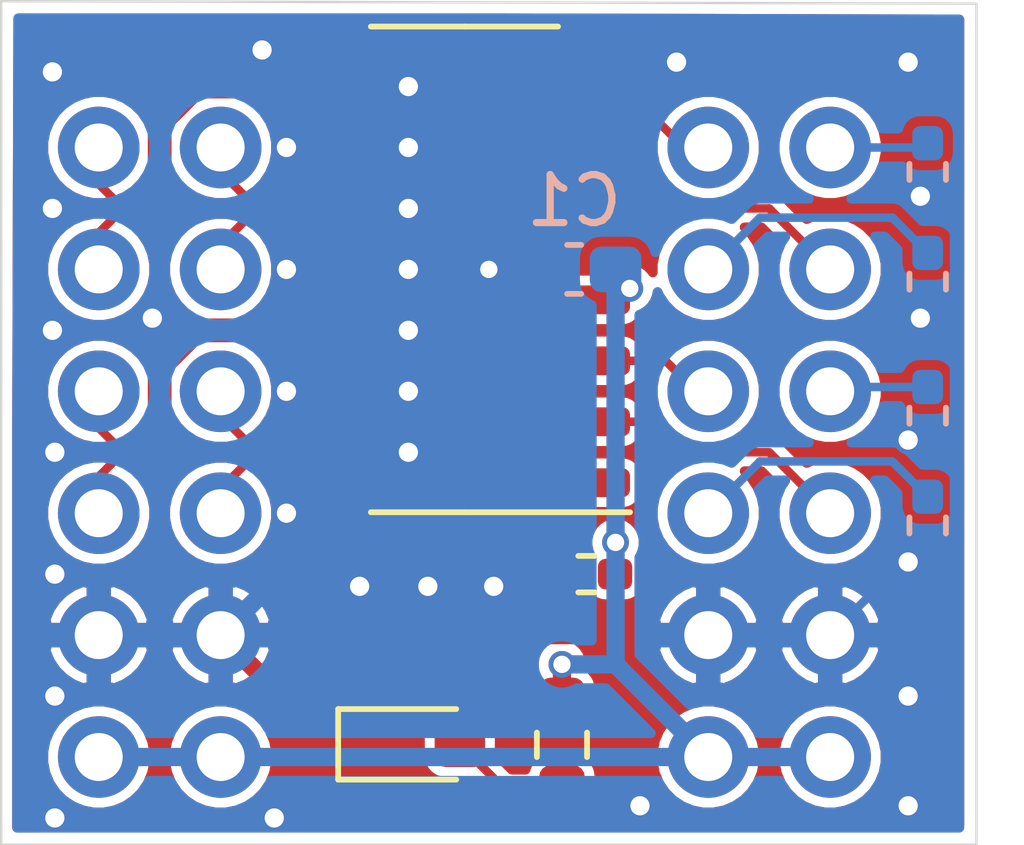
<source format=kicad_pcb>
(kicad_pcb (version 20171130) (host pcbnew 5.1.10)

  (general
    (thickness 1.6)
    (drawings 4)
    (tracks 156)
    (zones 0)
    (modules 11)
    (nets 21)
  )

  (page A4)
  (layers
    (0 F.Cu signal)
    (31 B.Cu signal)
    (32 B.Adhes user)
    (33 F.Adhes user)
    (34 B.Paste user)
    (35 F.Paste user)
    (36 B.SilkS user)
    (37 F.SilkS user)
    (38 B.Mask user)
    (39 F.Mask user)
    (40 Dwgs.User user)
    (41 Cmts.User user)
    (42 Eco1.User user)
    (43 Eco2.User user)
    (44 Edge.Cuts user)
    (45 Margin user)
    (46 B.CrtYd user)
    (47 F.CrtYd user)
    (48 B.Fab user)
    (49 F.Fab user)
  )

  (setup
    (last_trace_width 0.1778)
    (trace_clearance 0.1397)
    (zone_clearance 0.2032)
    (zone_45_only yes)
    (trace_min 0.127)
    (via_size 0.5588)
    (via_drill 0.359918)
    (via_min_size 0.4)
    (via_min_drill 0.3)
    (uvia_size 0.3)
    (uvia_drill 0.1)
    (uvias_allowed no)
    (uvia_min_size 0.2)
    (uvia_min_drill 0.1)
    (edge_width 0.05)
    (segment_width 0.2)
    (pcb_text_width 0.3)
    (pcb_text_size 1.5 1.5)
    (mod_edge_width 0.12)
    (mod_text_size 1 1)
    (mod_text_width 0.15)
    (pad_size 1.524 1.524)
    (pad_drill 0.762)
    (pad_to_mask_clearance 0)
    (aux_axis_origin 0 0)
    (visible_elements FFFFFF7F)
    (pcbplotparams
      (layerselection 0x010fc_ffffffff)
      (usegerberextensions false)
      (usegerberattributes true)
      (usegerberadvancedattributes true)
      (creategerberjobfile true)
      (excludeedgelayer true)
      (linewidth 0.100000)
      (plotframeref false)
      (viasonmask false)
      (mode 1)
      (useauxorigin false)
      (hpglpennumber 1)
      (hpglpenspeed 20)
      (hpglpendiameter 15.000000)
      (psnegative false)
      (psa4output false)
      (plotreference true)
      (plotvalue true)
      (plotinvisibletext false)
      (padsonsilk false)
      (subtractmaskfromsilk false)
      (outputformat 1)
      (mirror false)
      (drillshape 0)
      (scaleselection 1)
      (outputdirectory ""))
  )

  (net 0 "")
  (net 1 /3V3)
  (net 2 /GND)
  (net 3 /p2_N)
  (net 4 /p4_N)
  (net 5 /p2_P)
  (net 6 /p4_P)
  (net 7 /p1_N)
  (net 8 /p3_N)
  (net 9 /p1_P)
  (net 10 /p3_P)
  (net 11 "Net-(D1-Pad2)")
  (net 12 /p1)
  (net 13 /p3)
  (net 14 "Net-(J1-Pad3)")
  (net 15 /p2)
  (net 16 /p4)
  (net 17 "Net-(J1-Pad7)")
  (net 18 "Net-(R6-Pad1)")
  (net 19 "Net-(J1-Pad6)")
  (net 20 "Net-(J1-Pad2)")

  (net_class Default "This is the default net class."
    (clearance 0.1397)
    (trace_width 0.1778)
    (via_dia 0.5588)
    (via_drill 0.359918)
    (uvia_dia 0.3)
    (uvia_drill 0.1)
    (diff_pair_width 0.1778)
    (diff_pair_gap 0.1397)
    (add_net /3V3)
    (add_net /GND)
    (add_net /p1)
    (add_net /p1_N)
    (add_net /p1_P)
    (add_net /p2)
    (add_net /p2_N)
    (add_net /p2_P)
    (add_net /p3)
    (add_net /p3_N)
    (add_net /p3_P)
    (add_net /p4)
    (add_net /p4_N)
    (add_net /p4_P)
    (add_net "Net-(D1-Pad2)")
    (add_net "Net-(J1-Pad2)")
    (add_net "Net-(J1-Pad3)")
    (add_net "Net-(J1-Pad6)")
    (add_net "Net-(J1-Pad7)")
    (add_net "Net-(R6-Pad1)")
  )

  (module ymm:PinHeader_2x06_P2.54mm_Vertical (layer F.Cu) (tedit 61908C1F) (tstamp 619C65D2)
    (at 25.4 25.654)
    (descr "Through hole straight pin header, 2x06, 2.54mm pitch, double rows")
    (tags "Through hole pin header THT 2x06 2.54mm double row")
    (path /6190A1B7)
    (fp_text reference J3 (at 1.27 -2.33) (layer F.SilkS) hide
      (effects (font (size 1 1) (thickness 0.15)))
    )
    (fp_text value Conn_02x06_Odd_Even (at 1.27 15.03) (layer F.Fab) hide
      (effects (font (size 1 1) (thickness 0.15)))
    )
    (fp_line (start 0 -1.27) (end 3.81 -1.27) (layer F.Fab) (width 0.1))
    (fp_line (start 3.81 -1.27) (end 3.81 13.97) (layer F.Fab) (width 0.1))
    (fp_line (start 3.81 13.97) (end -1.27 13.97) (layer F.Fab) (width 0.1))
    (fp_line (start -1.27 13.97) (end -1.27 0) (layer F.Fab) (width 0.1))
    (fp_line (start -1.27 0) (end 0 -1.27) (layer F.Fab) (width 0.1))
    (fp_line (start -1.8 -1.8) (end -1.8 14.5) (layer F.CrtYd) (width 0.05))
    (fp_line (start -1.8 14.5) (end 4.35 14.5) (layer F.CrtYd) (width 0.05))
    (fp_line (start 4.35 14.5) (end 4.35 -1.8) (layer F.CrtYd) (width 0.05))
    (fp_line (start 4.35 -1.8) (end -1.8 -1.8) (layer F.CrtYd) (width 0.05))
    (fp_text user %R (at 1.27 6.35 90) (layer F.Fab) hide
      (effects (font (size 1 1) (thickness 0.15)))
    )
    (pad 12 thru_hole oval (at 2.54 12.7) (size 1.7 1.7) (drill 1) (layers *.Cu *.Mask)
      (net 1 /3V3))
    (pad 11 thru_hole oval (at 0 12.7) (size 1.7 1.7) (drill 1) (layers *.Cu *.Mask)
      (net 1 /3V3))
    (pad 10 thru_hole oval (at 2.54 10.16) (size 1.7 1.7) (drill 1) (layers *.Cu *.Mask)
      (net 2 /GND))
    (pad 9 thru_hole oval (at 0 10.16) (size 1.7 1.7) (drill 1) (layers *.Cu *.Mask)
      (net 2 /GND))
    (pad 8 thru_hole oval (at 2.54 7.62) (size 1.7 1.7) (drill 1) (layers *.Cu *.Mask)
      (net 4 /p4_N))
    (pad 7 thru_hole oval (at 0 7.62) (size 1.7 1.7) (drill 1) (layers *.Cu *.Mask)
      (net 3 /p2_N))
    (pad 6 thru_hole oval (at 2.54 5.08) (size 1.7 1.7) (drill 1) (layers *.Cu *.Mask)
      (net 6 /p4_P))
    (pad 5 thru_hole oval (at 0 5.08) (size 1.7 1.7) (drill 1) (layers *.Cu *.Mask)
      (net 5 /p2_P))
    (pad 4 thru_hole oval (at 2.54 2.54) (size 1.7 1.7) (drill 1) (layers *.Cu *.Mask)
      (net 8 /p3_N))
    (pad 3 thru_hole oval (at 0 2.54) (size 1.7 1.7) (drill 1) (layers *.Cu *.Mask)
      (net 7 /p1_N))
    (pad 2 thru_hole oval (at 2.54 0) (size 1.7 1.7) (drill 1) (layers *.Cu *.Mask)
      (net 10 /p3_P))
    (pad 1 thru_hole circle (at 0 0) (size 1.7 1.7) (drill 1) (layers *.Cu *.Mask)
      (net 9 /p1_P))
    (model ${KISYS3DMOD}/Connector_PinHeader_2.54mm.3dshapes/PinHeader_2x06_P2.54mm_Vertical.wrl
      (at (xyz 0 0 0))
      (scale (xyz 1 1 1))
      (rotate (xyz 0 0 0))
    )
  )

  (module ymm:PinHeader_2x06_P2.54mm_Vertical (layer F.Cu) (tedit 61908C1F) (tstamp 619C65B8)
    (at 38.1 25.654)
    (descr "Through hole straight pin header, 2x06, 2.54mm pitch, double rows")
    (tags "Through hole pin header THT 2x06 2.54mm double row")
    (path /61909104)
    (fp_text reference J1 (at 1.27 -2.33) (layer F.SilkS) hide
      (effects (font (size 1 1) (thickness 0.15)))
    )
    (fp_text value Conn_02x06_Odd_Even (at 1.27 15.03) (layer F.Fab) hide
      (effects (font (size 1 1) (thickness 0.15)))
    )
    (fp_line (start 0 -1.27) (end 3.81 -1.27) (layer F.Fab) (width 0.1))
    (fp_line (start 3.81 -1.27) (end 3.81 13.97) (layer F.Fab) (width 0.1))
    (fp_line (start 3.81 13.97) (end -1.27 13.97) (layer F.Fab) (width 0.1))
    (fp_line (start -1.27 13.97) (end -1.27 0) (layer F.Fab) (width 0.1))
    (fp_line (start -1.27 0) (end 0 -1.27) (layer F.Fab) (width 0.1))
    (fp_line (start -1.8 -1.8) (end -1.8 14.5) (layer F.CrtYd) (width 0.05))
    (fp_line (start -1.8 14.5) (end 4.35 14.5) (layer F.CrtYd) (width 0.05))
    (fp_line (start 4.35 14.5) (end 4.35 -1.8) (layer F.CrtYd) (width 0.05))
    (fp_line (start 4.35 -1.8) (end -1.8 -1.8) (layer F.CrtYd) (width 0.05))
    (fp_text user %R (at 1.27 6.35 90) (layer F.Fab) hide
      (effects (font (size 1 1) (thickness 0.15)))
    )
    (pad 12 thru_hole oval (at 2.54 12.7) (size 1.7 1.7) (drill 1) (layers *.Cu *.Mask)
      (net 1 /3V3))
    (pad 11 thru_hole oval (at 0 12.7) (size 1.7 1.7) (drill 1) (layers *.Cu *.Mask)
      (net 1 /3V3))
    (pad 10 thru_hole oval (at 2.54 10.16) (size 1.7 1.7) (drill 1) (layers *.Cu *.Mask)
      (net 2 /GND))
    (pad 9 thru_hole oval (at 0 10.16) (size 1.7 1.7) (drill 1) (layers *.Cu *.Mask)
      (net 2 /GND))
    (pad 8 thru_hole oval (at 2.54 7.62) (size 1.7 1.7) (drill 1) (layers *.Cu *.Mask)
      (net 16 /p4))
    (pad 7 thru_hole oval (at 0 7.62) (size 1.7 1.7) (drill 1) (layers *.Cu *.Mask)
      (net 17 "Net-(J1-Pad7)"))
    (pad 6 thru_hole oval (at 2.54 5.08) (size 1.7 1.7) (drill 1) (layers *.Cu *.Mask)
      (net 19 "Net-(J1-Pad6)"))
    (pad 5 thru_hole oval (at 0 5.08) (size 1.7 1.7) (drill 1) (layers *.Cu *.Mask)
      (net 15 /p2))
    (pad 4 thru_hole oval (at 2.54 2.54) (size 1.7 1.7) (drill 1) (layers *.Cu *.Mask)
      (net 13 /p3))
    (pad 3 thru_hole oval (at 0 2.54) (size 1.7 1.7) (drill 1) (layers *.Cu *.Mask)
      (net 14 "Net-(J1-Pad3)"))
    (pad 2 thru_hole oval (at 2.54 0) (size 1.7 1.7) (drill 1) (layers *.Cu *.Mask)
      (net 20 "Net-(J1-Pad2)"))
    (pad 1 thru_hole circle (at 0 0) (size 1.7 1.7) (drill 1) (layers *.Cu *.Mask)
      (net 12 /p1))
    (model ${KISYS3DMOD}/Connector_PinHeader_2.54mm.3dshapes/PinHeader_2x06_P2.54mm_Vertical.wrl
      (at (xyz 0 0 0))
      (scale (xyz 1 1 1))
      (rotate (xyz 0 0 0))
    )
  )

  (module Resistor_SMD:R_0402_1005Metric_Pad0.72x0.64mm_HandSolder (layer F.Cu) (tedit 5F6BB9E0) (tstamp 619C50A0)
    (at 35.56 34.544)
    (descr "Resistor SMD 0402 (1005 Metric), square (rectangular) end terminal, IPC_7351 nominal with elongated pad for handsoldering. (Body size source: IPC-SM-782 page 72, https://www.pcb-3d.com/wordpress/wp-content/uploads/ipc-sm-782a_amendment_1_and_2.pdf), generated with kicad-footprint-generator")
    (tags "resistor handsolder")
    (path /61A04CE8)
    (attr smd)
    (fp_text reference R6 (at 0 -1.17) (layer F.SilkS) hide
      (effects (font (size 1 1) (thickness 0.15)))
    )
    (fp_text value R (at 0 1.17) (layer F.Fab) hide
      (effects (font (size 1 1) (thickness 0.15)))
    )
    (fp_line (start 1.1 0.47) (end -1.1 0.47) (layer F.CrtYd) (width 0.05))
    (fp_line (start 1.1 -0.47) (end 1.1 0.47) (layer F.CrtYd) (width 0.05))
    (fp_line (start -1.1 -0.47) (end 1.1 -0.47) (layer F.CrtYd) (width 0.05))
    (fp_line (start -1.1 0.47) (end -1.1 -0.47) (layer F.CrtYd) (width 0.05))
    (fp_line (start -0.167621 0.38) (end 0.167621 0.38) (layer F.SilkS) (width 0.12))
    (fp_line (start -0.167621 -0.38) (end 0.167621 -0.38) (layer F.SilkS) (width 0.12))
    (fp_line (start 0.525 0.27) (end -0.525 0.27) (layer F.Fab) (width 0.1))
    (fp_line (start 0.525 -0.27) (end 0.525 0.27) (layer F.Fab) (width 0.1))
    (fp_line (start -0.525 -0.27) (end 0.525 -0.27) (layer F.Fab) (width 0.1))
    (fp_line (start -0.525 0.27) (end -0.525 -0.27) (layer F.Fab) (width 0.1))
    (fp_text user %R (at 0 0) (layer F.Fab) hide
      (effects (font (size 0.26 0.26) (thickness 0.04)))
    )
    (pad 2 smd roundrect (at 0.5975 0) (size 0.715 0.64) (layers F.Cu F.Paste F.Mask) (roundrect_rratio 0.25)
      (net 1 /3V3))
    (pad 1 smd roundrect (at -0.5975 0) (size 0.715 0.64) (layers F.Cu F.Paste F.Mask) (roundrect_rratio 0.25)
      (net 18 "Net-(R6-Pad1)"))
    (model ${KISYS3DMOD}/Resistor_SMD.3dshapes/R_0402_1005Metric.wrl
      (at (xyz 0 0 0))
      (scale (xyz 1 1 1))
      (rotate (xyz 0 0 0))
    )
  )

  (module Resistor_SMD:R_0402_1005Metric_Pad0.72x0.64mm_HandSolder (layer B.Cu) (tedit 5F6BB9E0) (tstamp 619C508F)
    (at 42.672 31.242 90)
    (descr "Resistor SMD 0402 (1005 Metric), square (rectangular) end terminal, IPC_7351 nominal with elongated pad for handsoldering. (Body size source: IPC-SM-782 page 72, https://www.pcb-3d.com/wordpress/wp-content/uploads/ipc-sm-782a_amendment_1_and_2.pdf), generated with kicad-footprint-generator")
    (tags "resistor handsolder")
    (path /619E1290)
    (attr smd)
    (fp_text reference R5 (at 0 1.17 90) (layer B.SilkS) hide
      (effects (font (size 1 1) (thickness 0.15)) (justify mirror))
    )
    (fp_text value R (at 0 -1.17 90) (layer B.Fab)
      (effects (font (size 1 1) (thickness 0.15)) (justify mirror))
    )
    (fp_line (start 1.1 -0.47) (end -1.1 -0.47) (layer B.CrtYd) (width 0.05))
    (fp_line (start 1.1 0.47) (end 1.1 -0.47) (layer B.CrtYd) (width 0.05))
    (fp_line (start -1.1 0.47) (end 1.1 0.47) (layer B.CrtYd) (width 0.05))
    (fp_line (start -1.1 -0.47) (end -1.1 0.47) (layer B.CrtYd) (width 0.05))
    (fp_line (start -0.167621 -0.38) (end 0.167621 -0.38) (layer B.SilkS) (width 0.12))
    (fp_line (start -0.167621 0.38) (end 0.167621 0.38) (layer B.SilkS) (width 0.12))
    (fp_line (start 0.525 -0.27) (end -0.525 -0.27) (layer B.Fab) (width 0.1))
    (fp_line (start 0.525 0.27) (end 0.525 -0.27) (layer B.Fab) (width 0.1))
    (fp_line (start -0.525 0.27) (end 0.525 0.27) (layer B.Fab) (width 0.1))
    (fp_line (start -0.525 -0.27) (end -0.525 0.27) (layer B.Fab) (width 0.1))
    (fp_text user %R (at 0 0 90) (layer B.Fab)
      (effects (font (size 0.26 0.26) (thickness 0.04)) (justify mirror))
    )
    (pad 2 smd roundrect (at 0.5975 0 90) (size 0.715 0.64) (layers B.Cu B.Paste B.Mask) (roundrect_rratio 0.25)
      (net 19 "Net-(J1-Pad6)"))
    (pad 1 smd roundrect (at -0.5975 0 90) (size 0.715 0.64) (layers B.Cu B.Paste B.Mask) (roundrect_rratio 0.25)
      (net 2 /GND))
    (model ${KISYS3DMOD}/Resistor_SMD.3dshapes/R_0402_1005Metric.wrl
      (at (xyz 0 0 0))
      (scale (xyz 1 1 1))
      (rotate (xyz 0 0 0))
    )
  )

  (module Resistor_SMD:R_0402_1005Metric_Pad0.72x0.64mm_HandSolder (layer B.Cu) (tedit 5F6BB9E0) (tstamp 619C507E)
    (at 42.672 26.162 90)
    (descr "Resistor SMD 0402 (1005 Metric), square (rectangular) end terminal, IPC_7351 nominal with elongated pad for handsoldering. (Body size source: IPC-SM-782 page 72, https://www.pcb-3d.com/wordpress/wp-content/uploads/ipc-sm-782a_amendment_1_and_2.pdf), generated with kicad-footprint-generator")
    (tags "resistor handsolder")
    (path /619DFE18)
    (attr smd)
    (fp_text reference R4 (at 0 1.17 90) (layer B.SilkS) hide
      (effects (font (size 1 1) (thickness 0.15)) (justify mirror))
    )
    (fp_text value R (at 0 -1.17 90) (layer B.Fab)
      (effects (font (size 1 1) (thickness 0.15)) (justify mirror))
    )
    (fp_line (start 1.1 -0.47) (end -1.1 -0.47) (layer B.CrtYd) (width 0.05))
    (fp_line (start 1.1 0.47) (end 1.1 -0.47) (layer B.CrtYd) (width 0.05))
    (fp_line (start -1.1 0.47) (end 1.1 0.47) (layer B.CrtYd) (width 0.05))
    (fp_line (start -1.1 -0.47) (end -1.1 0.47) (layer B.CrtYd) (width 0.05))
    (fp_line (start -0.167621 -0.38) (end 0.167621 -0.38) (layer B.SilkS) (width 0.12))
    (fp_line (start -0.167621 0.38) (end 0.167621 0.38) (layer B.SilkS) (width 0.12))
    (fp_line (start 0.525 -0.27) (end -0.525 -0.27) (layer B.Fab) (width 0.1))
    (fp_line (start 0.525 0.27) (end 0.525 -0.27) (layer B.Fab) (width 0.1))
    (fp_line (start -0.525 0.27) (end 0.525 0.27) (layer B.Fab) (width 0.1))
    (fp_line (start -0.525 -0.27) (end -0.525 0.27) (layer B.Fab) (width 0.1))
    (fp_text user %R (at 0 0 90) (layer B.Fab)
      (effects (font (size 0.26 0.26) (thickness 0.04)) (justify mirror))
    )
    (pad 2 smd roundrect (at 0.5975 0 90) (size 0.715 0.64) (layers B.Cu B.Paste B.Mask) (roundrect_rratio 0.25)
      (net 20 "Net-(J1-Pad2)"))
    (pad 1 smd roundrect (at -0.5975 0 90) (size 0.715 0.64) (layers B.Cu B.Paste B.Mask) (roundrect_rratio 0.25)
      (net 2 /GND))
    (model ${KISYS3DMOD}/Resistor_SMD.3dshapes/R_0402_1005Metric.wrl
      (at (xyz 0 0 0))
      (scale (xyz 1 1 1))
      (rotate (xyz 0 0 0))
    )
  )

  (module Resistor_SMD:R_0603_1608Metric_Pad0.98x0.95mm_HandSolder (layer F.Cu) (tedit 5F68FEEE) (tstamp 619C506D)
    (at 35.052 38.1 90)
    (descr "Resistor SMD 0603 (1608 Metric), square (rectangular) end terminal, IPC_7351 nominal with elongated pad for handsoldering. (Body size source: IPC-SM-782 page 72, https://www.pcb-3d.com/wordpress/wp-content/uploads/ipc-sm-782a_amendment_1_and_2.pdf), generated with kicad-footprint-generator")
    (tags "resistor handsolder")
    (path /619FA5C7)
    (attr smd)
    (fp_text reference R3 (at 0 -1.43 90) (layer F.SilkS) hide
      (effects (font (size 1 1) (thickness 0.15)))
    )
    (fp_text value 330 (at 0 1.43 90) (layer F.Fab) hide
      (effects (font (size 1 1) (thickness 0.15)))
    )
    (fp_line (start 1.65 0.73) (end -1.65 0.73) (layer F.CrtYd) (width 0.05))
    (fp_line (start 1.65 -0.73) (end 1.65 0.73) (layer F.CrtYd) (width 0.05))
    (fp_line (start -1.65 -0.73) (end 1.65 -0.73) (layer F.CrtYd) (width 0.05))
    (fp_line (start -1.65 0.73) (end -1.65 -0.73) (layer F.CrtYd) (width 0.05))
    (fp_line (start -0.254724 0.5225) (end 0.254724 0.5225) (layer F.SilkS) (width 0.12))
    (fp_line (start -0.254724 -0.5225) (end 0.254724 -0.5225) (layer F.SilkS) (width 0.12))
    (fp_line (start 0.8 0.4125) (end -0.8 0.4125) (layer F.Fab) (width 0.1))
    (fp_line (start 0.8 -0.4125) (end 0.8 0.4125) (layer F.Fab) (width 0.1))
    (fp_line (start -0.8 -0.4125) (end 0.8 -0.4125) (layer F.Fab) (width 0.1))
    (fp_line (start -0.8 0.4125) (end -0.8 -0.4125) (layer F.Fab) (width 0.1))
    (fp_text user %R (at 0 0 90) (layer F.Fab) hide
      (effects (font (size 0.4 0.4) (thickness 0.06)))
    )
    (pad 2 smd roundrect (at 0.9125 0 90) (size 0.975 0.95) (layers F.Cu F.Paste F.Mask) (roundrect_rratio 0.25)
      (net 1 /3V3))
    (pad 1 smd roundrect (at -0.9125 0 90) (size 0.975 0.95) (layers F.Cu F.Paste F.Mask) (roundrect_rratio 0.25)
      (net 11 "Net-(D1-Pad2)"))
    (model ${KISYS3DMOD}/Resistor_SMD.3dshapes/R_0603_1608Metric.wrl
      (at (xyz 0 0 0))
      (scale (xyz 1 1 1))
      (rotate (xyz 0 0 0))
    )
  )

  (module Resistor_SMD:R_0402_1005Metric_Pad0.72x0.64mm_HandSolder (layer B.Cu) (tedit 5F6BB9E0) (tstamp 619C505C)
    (at 42.672 33.528 270)
    (descr "Resistor SMD 0402 (1005 Metric), square (rectangular) end terminal, IPC_7351 nominal with elongated pad for handsoldering. (Body size source: IPC-SM-782 page 72, https://www.pcb-3d.com/wordpress/wp-content/uploads/ipc-sm-782a_amendment_1_and_2.pdf), generated with kicad-footprint-generator")
    (tags "resistor handsolder")
    (path /619D7DF1)
    (attr smd)
    (fp_text reference R2 (at 0 1.17 90) (layer B.SilkS) hide
      (effects (font (size 1 1) (thickness 0.15)) (justify mirror))
    )
    (fp_text value R (at 0 -1.17 90) (layer B.Fab)
      (effects (font (size 1 1) (thickness 0.15)) (justify mirror))
    )
    (fp_line (start 1.1 -0.47) (end -1.1 -0.47) (layer B.CrtYd) (width 0.05))
    (fp_line (start 1.1 0.47) (end 1.1 -0.47) (layer B.CrtYd) (width 0.05))
    (fp_line (start -1.1 0.47) (end 1.1 0.47) (layer B.CrtYd) (width 0.05))
    (fp_line (start -1.1 -0.47) (end -1.1 0.47) (layer B.CrtYd) (width 0.05))
    (fp_line (start -0.167621 -0.38) (end 0.167621 -0.38) (layer B.SilkS) (width 0.12))
    (fp_line (start -0.167621 0.38) (end 0.167621 0.38) (layer B.SilkS) (width 0.12))
    (fp_line (start 0.525 -0.27) (end -0.525 -0.27) (layer B.Fab) (width 0.1))
    (fp_line (start 0.525 0.27) (end 0.525 -0.27) (layer B.Fab) (width 0.1))
    (fp_line (start -0.525 0.27) (end 0.525 0.27) (layer B.Fab) (width 0.1))
    (fp_line (start -0.525 -0.27) (end -0.525 0.27) (layer B.Fab) (width 0.1))
    (fp_text user %R (at 0 0 90) (layer B.Fab)
      (effects (font (size 0.26 0.26) (thickness 0.04)) (justify mirror))
    )
    (pad 2 smd roundrect (at 0.5975 0 270) (size 0.715 0.64) (layers B.Cu B.Paste B.Mask) (roundrect_rratio 0.25)
      (net 2 /GND))
    (pad 1 smd roundrect (at -0.5975 0 270) (size 0.715 0.64) (layers B.Cu B.Paste B.Mask) (roundrect_rratio 0.25)
      (net 17 "Net-(J1-Pad7)"))
    (model ${KISYS3DMOD}/Resistor_SMD.3dshapes/R_0402_1005Metric.wrl
      (at (xyz 0 0 0))
      (scale (xyz 1 1 1))
      (rotate (xyz 0 0 0))
    )
  )

  (module Resistor_SMD:R_0402_1005Metric_Pad0.72x0.64mm_HandSolder (layer B.Cu) (tedit 5F6BB9E0) (tstamp 619C504B)
    (at 42.672 28.448 270)
    (descr "Resistor SMD 0402 (1005 Metric), square (rectangular) end terminal, IPC_7351 nominal with elongated pad for handsoldering. (Body size source: IPC-SM-782 page 72, https://www.pcb-3d.com/wordpress/wp-content/uploads/ipc-sm-782a_amendment_1_and_2.pdf), generated with kicad-footprint-generator")
    (tags "resistor handsolder")
    (path /619D522E)
    (attr smd)
    (fp_text reference R1 (at 0 1.17 90) (layer B.SilkS) hide
      (effects (font (size 1 1) (thickness 0.15)) (justify mirror))
    )
    (fp_text value R (at 0 -1.17 90) (layer B.Fab)
      (effects (font (size 1 1) (thickness 0.15)) (justify mirror))
    )
    (fp_line (start 1.1 -0.47) (end -1.1 -0.47) (layer B.CrtYd) (width 0.05))
    (fp_line (start 1.1 0.47) (end 1.1 -0.47) (layer B.CrtYd) (width 0.05))
    (fp_line (start -1.1 0.47) (end 1.1 0.47) (layer B.CrtYd) (width 0.05))
    (fp_line (start -1.1 -0.47) (end -1.1 0.47) (layer B.CrtYd) (width 0.05))
    (fp_line (start -0.167621 -0.38) (end 0.167621 -0.38) (layer B.SilkS) (width 0.12))
    (fp_line (start -0.167621 0.38) (end 0.167621 0.38) (layer B.SilkS) (width 0.12))
    (fp_line (start 0.525 -0.27) (end -0.525 -0.27) (layer B.Fab) (width 0.1))
    (fp_line (start 0.525 0.27) (end 0.525 -0.27) (layer B.Fab) (width 0.1))
    (fp_line (start -0.525 0.27) (end 0.525 0.27) (layer B.Fab) (width 0.1))
    (fp_line (start -0.525 -0.27) (end -0.525 0.27) (layer B.Fab) (width 0.1))
    (fp_text user %R (at 0 0 90) (layer B.Fab)
      (effects (font (size 0.26 0.26) (thickness 0.04)) (justify mirror))
    )
    (pad 2 smd roundrect (at 0.5975 0 270) (size 0.715 0.64) (layers B.Cu B.Paste B.Mask) (roundrect_rratio 0.25)
      (net 2 /GND))
    (pad 1 smd roundrect (at -0.5975 0 270) (size 0.715 0.64) (layers B.Cu B.Paste B.Mask) (roundrect_rratio 0.25)
      (net 14 "Net-(J1-Pad3)"))
    (model ${KISYS3DMOD}/Resistor_SMD.3dshapes/R_0402_1005Metric.wrl
      (at (xyz 0 0 0))
      (scale (xyz 1 1 1))
      (rotate (xyz 0 0 0))
    )
  )

  (module LED_SMD:LED_0603_1608Metric_Pad1.05x0.95mm_HandSolder (layer F.Cu) (tedit 5F68FEF1) (tstamp 619C4F72)
    (at 32.049 38.09)
    (descr "LED SMD 0603 (1608 Metric), square (rectangular) end terminal, IPC_7351 nominal, (Body size source: http://www.tortai-tech.com/upload/download/2011102023233369053.pdf), generated with kicad-footprint-generator")
    (tags "LED handsolder")
    (path /619FC6CD)
    (attr smd)
    (fp_text reference D1 (at 0 -1.43) (layer F.SilkS) hide
      (effects (font (size 1 1) (thickness 0.15)))
    )
    (fp_text value LED (at 0 1.43) (layer F.Fab) hide
      (effects (font (size 1 1) (thickness 0.15)))
    )
    (fp_line (start 1.65 0.73) (end -1.65 0.73) (layer F.CrtYd) (width 0.05))
    (fp_line (start 1.65 -0.73) (end 1.65 0.73) (layer F.CrtYd) (width 0.05))
    (fp_line (start -1.65 -0.73) (end 1.65 -0.73) (layer F.CrtYd) (width 0.05))
    (fp_line (start -1.65 0.73) (end -1.65 -0.73) (layer F.CrtYd) (width 0.05))
    (fp_line (start -1.66 0.735) (end 0.8 0.735) (layer F.SilkS) (width 0.12))
    (fp_line (start -1.66 -0.735) (end -1.66 0.735) (layer F.SilkS) (width 0.12))
    (fp_line (start 0.8 -0.735) (end -1.66 -0.735) (layer F.SilkS) (width 0.12))
    (fp_line (start 0.8 0.4) (end 0.8 -0.4) (layer F.Fab) (width 0.1))
    (fp_line (start -0.8 0.4) (end 0.8 0.4) (layer F.Fab) (width 0.1))
    (fp_line (start -0.8 -0.1) (end -0.8 0.4) (layer F.Fab) (width 0.1))
    (fp_line (start -0.5 -0.4) (end -0.8 -0.1) (layer F.Fab) (width 0.1))
    (fp_line (start 0.8 -0.4) (end -0.5 -0.4) (layer F.Fab) (width 0.1))
    (fp_text user %R (at 0 0) (layer F.Fab) hide
      (effects (font (size 0.4 0.4) (thickness 0.06)))
    )
    (pad 2 smd roundrect (at 0.875 0) (size 1.05 0.95) (layers F.Cu F.Paste F.Mask) (roundrect_rratio 0.25)
      (net 11 "Net-(D1-Pad2)"))
    (pad 1 smd roundrect (at -0.875 0) (size 1.05 0.95) (layers F.Cu F.Paste F.Mask) (roundrect_rratio 0.25)
      (net 2 /GND))
    (model ${KISYS3DMOD}/LED_SMD.3dshapes/LED_0603_1608Metric.wrl
      (at (xyz 0 0 0))
      (scale (xyz 1 1 1))
      (rotate (xyz 0 0 0))
    )
  )

  (module Capacitor_SMD:C_0603_1608Metric_Pad1.08x0.95mm_HandSolder (layer B.Cu) (tedit 5F68FEEF) (tstamp 619C4F5F)
    (at 35.306 28.194 180)
    (descr "Capacitor SMD 0603 (1608 Metric), square (rectangular) end terminal, IPC_7351 nominal with elongated pad for handsoldering. (Body size source: IPC-SM-782 page 76, https://www.pcb-3d.com/wordpress/wp-content/uploads/ipc-sm-782a_amendment_1_and_2.pdf), generated with kicad-footprint-generator")
    (tags "capacitor handsolder")
    (path /619E96CC)
    (attr smd)
    (fp_text reference C1 (at 0 1.43) (layer B.SilkS)
      (effects (font (size 1 1) (thickness 0.15)) (justify mirror))
    )
    (fp_text value C (at 0 -1.43) (layer B.Fab)
      (effects (font (size 1 1) (thickness 0.15)) (justify mirror))
    )
    (fp_line (start 1.65 -0.73) (end -1.65 -0.73) (layer B.CrtYd) (width 0.05))
    (fp_line (start 1.65 0.73) (end 1.65 -0.73) (layer B.CrtYd) (width 0.05))
    (fp_line (start -1.65 0.73) (end 1.65 0.73) (layer B.CrtYd) (width 0.05))
    (fp_line (start -1.65 -0.73) (end -1.65 0.73) (layer B.CrtYd) (width 0.05))
    (fp_line (start -0.146267 -0.51) (end 0.146267 -0.51) (layer B.SilkS) (width 0.12))
    (fp_line (start -0.146267 0.51) (end 0.146267 0.51) (layer B.SilkS) (width 0.12))
    (fp_line (start 0.8 -0.4) (end -0.8 -0.4) (layer B.Fab) (width 0.1))
    (fp_line (start 0.8 0.4) (end 0.8 -0.4) (layer B.Fab) (width 0.1))
    (fp_line (start -0.8 0.4) (end 0.8 0.4) (layer B.Fab) (width 0.1))
    (fp_line (start -0.8 -0.4) (end -0.8 0.4) (layer B.Fab) (width 0.1))
    (fp_text user %R (at 0 0) (layer B.Fab)
      (effects (font (size 0.4 0.4) (thickness 0.06)) (justify mirror))
    )
    (pad 2 smd roundrect (at 0.8625 0 180) (size 1.075 0.95) (layers B.Cu B.Paste B.Mask) (roundrect_rratio 0.25)
      (net 2 /GND))
    (pad 1 smd roundrect (at -0.8625 0 180) (size 1.075 0.95) (layers B.Cu B.Paste B.Mask) (roundrect_rratio 0.25)
      (net 1 /3V3))
    (model ${KISYS3DMOD}/Capacitor_SMD.3dshapes/C_0603_1608Metric.wrl
      (at (xyz 0 0 0))
      (scale (xyz 1 1 1))
      (rotate (xyz 0 0 0))
    )
  )

  (module Package_SO:SOIC-16_3.9x9.9mm_P1.27mm (layer F.Cu) (tedit 5D9F72B1) (tstamp 619C09B7)
    (at 33.02 28.194 180)
    (descr "SOIC, 16 Pin (JEDEC MS-012AC, https://www.analog.com/media/en/package-pcb-resources/package/pkg_pdf/soic_narrow-r/r_16.pdf), generated with kicad-footprint-generator ipc_gullwing_generator.py")
    (tags "SOIC SO")
    (path /619BD2F4)
    (attr smd)
    (fp_text reference U1 (at 0 -5.9) (layer F.SilkS) hide
      (effects (font (size 1 1) (thickness 0.15)))
    )
    (fp_text value SN65LVDS047D (at 0 5.9) (layer F.Fab) hide
      (effects (font (size 1 1) (thickness 0.15)))
    )
    (fp_line (start 3.7 -5.2) (end -3.7 -5.2) (layer F.CrtYd) (width 0.05))
    (fp_line (start 3.7 5.2) (end 3.7 -5.2) (layer F.CrtYd) (width 0.05))
    (fp_line (start -3.7 5.2) (end 3.7 5.2) (layer F.CrtYd) (width 0.05))
    (fp_line (start -3.7 -5.2) (end -3.7 5.2) (layer F.CrtYd) (width 0.05))
    (fp_line (start -1.95 -3.975) (end -0.975 -4.95) (layer F.Fab) (width 0.1))
    (fp_line (start -1.95 4.95) (end -1.95 -3.975) (layer F.Fab) (width 0.1))
    (fp_line (start 1.95 4.95) (end -1.95 4.95) (layer F.Fab) (width 0.1))
    (fp_line (start 1.95 -4.95) (end 1.95 4.95) (layer F.Fab) (width 0.1))
    (fp_line (start -0.975 -4.95) (end 1.95 -4.95) (layer F.Fab) (width 0.1))
    (fp_line (start 0 -5.06) (end -3.45 -5.06) (layer F.SilkS) (width 0.12))
    (fp_line (start 0 -5.06) (end 1.95 -5.06) (layer F.SilkS) (width 0.12))
    (fp_line (start 0 5.06) (end -1.95 5.06) (layer F.SilkS) (width 0.12))
    (fp_line (start 0 5.06) (end 1.95 5.06) (layer F.SilkS) (width 0.12))
    (fp_text user %R (at 0 0) (layer F.Fab) hide
      (effects (font (size 0.98 0.98) (thickness 0.15)))
    )
    (pad 1 smd roundrect (at -2.475 -4.445 180) (size 1.95 0.6) (layers F.Cu F.Paste F.Mask) (roundrect_rratio 0.25)
      (net 18 "Net-(R6-Pad1)"))
    (pad 2 smd roundrect (at -2.475 -3.175 180) (size 1.95 0.6) (layers F.Cu F.Paste F.Mask) (roundrect_rratio 0.25)
      (net 16 /p4))
    (pad 3 smd roundrect (at -2.475 -1.905 180) (size 1.95 0.6) (layers F.Cu F.Paste F.Mask) (roundrect_rratio 0.25)
      (net 15 /p2))
    (pad 4 smd roundrect (at -2.475 -0.635 180) (size 1.95 0.6) (layers F.Cu F.Paste F.Mask) (roundrect_rratio 0.25)
      (net 1 /3V3))
    (pad 5 smd roundrect (at -2.475 0.635 180) (size 1.95 0.6) (layers F.Cu F.Paste F.Mask) (roundrect_rratio 0.25)
      (net 2 /GND))
    (pad 6 smd roundrect (at -2.475 1.905 180) (size 1.95 0.6) (layers F.Cu F.Paste F.Mask) (roundrect_rratio 0.25)
      (net 13 /p3))
    (pad 7 smd roundrect (at -2.475 3.175 180) (size 1.95 0.6) (layers F.Cu F.Paste F.Mask) (roundrect_rratio 0.25)
      (net 12 /p1))
    (pad 8 smd roundrect (at -2.475 4.445 180) (size 1.95 0.6) (layers F.Cu F.Paste F.Mask) (roundrect_rratio 0.25))
    (pad 9 smd roundrect (at 2.475 4.445 180) (size 1.95 0.6) (layers F.Cu F.Paste F.Mask) (roundrect_rratio 0.25)
      (net 9 /p1_P))
    (pad 10 smd roundrect (at 2.475 3.175 180) (size 1.95 0.6) (layers F.Cu F.Paste F.Mask) (roundrect_rratio 0.25)
      (net 7 /p1_N))
    (pad 11 smd roundrect (at 2.475 1.905 180) (size 1.95 0.6) (layers F.Cu F.Paste F.Mask) (roundrect_rratio 0.25)
      (net 10 /p3_P))
    (pad 12 smd roundrect (at 2.475 0.635 180) (size 1.95 0.6) (layers F.Cu F.Paste F.Mask) (roundrect_rratio 0.25)
      (net 8 /p3_N))
    (pad 13 smd roundrect (at 2.475 -0.635 180) (size 1.95 0.6) (layers F.Cu F.Paste F.Mask) (roundrect_rratio 0.25)
      (net 5 /p2_P))
    (pad 14 smd roundrect (at 2.475 -1.905 180) (size 1.95 0.6) (layers F.Cu F.Paste F.Mask) (roundrect_rratio 0.25)
      (net 3 /p2_N))
    (pad 15 smd roundrect (at 2.475 -3.175 180) (size 1.95 0.6) (layers F.Cu F.Paste F.Mask) (roundrect_rratio 0.25)
      (net 6 /p4_P))
    (pad 16 smd roundrect (at 2.475 -4.445 180) (size 1.95 0.6) (layers F.Cu F.Paste F.Mask) (roundrect_rratio 0.25)
      (net 4 /p4_N))
    (model ${KISYS3DMOD}/Package_SO.3dshapes/SOIC-16_3.9x9.9mm_P1.27mm.wrl
      (at (xyz 0 0 0))
      (scale (xyz 1 1 1))
      (rotate (xyz 0 0 0))
    )
  )

  (gr_line (start 23.368 40.1828) (end 23.368 22.606) (layer Edge.Cuts) (width 0.05) (tstamp 6190A48F))
  (gr_line (start 43.688 40.1828) (end 23.368 40.1828) (layer Edge.Cuts) (width 0.05))
  (gr_line (start 43.688 22.6568) (end 43.688 40.1828) (layer Edge.Cuts) (width 0.05))
  (gr_line (start 23.368 22.606) (end 43.688 22.6568) (layer Edge.Cuts) (width 0.05))

  (via (at 24.4856 34.544) (size 0.6) (drill 0.4) (layers F.Cu B.Cu) (net 2) (tstamp 619CBDAC))
  (via (at 24.4856 37.084) (size 0.6) (drill 0.4) (layers F.Cu B.Cu) (net 2) (tstamp 619CBDAC))
  (via (at 24.4856 39.624) (size 0.6) (drill 0.4) (layers F.Cu B.Cu) (net 2) (tstamp 619CBDAC))
  (via (at 29.0576 39.624) (size 0.6) (drill 0.4) (layers F.Cu B.Cu) (net 2) (tstamp 619CBDAC))
  (via (at 37.4396 23.876) (size 0.6) (drill 0.4) (layers F.Cu B.Cu) (net 2) (tstamp 619CBF78))
  (via (at 42.2656 23.876) (size 0.6) (drill 0.4) (layers F.Cu B.Cu) (net 2) (tstamp 619CBF78))
  (via (at 42.2656 31.75) (size 0.6) (drill 0.4) (layers F.Cu B.Cu) (net 2) (tstamp 619CBF78))
  (via (at 42.2656 37.084) (size 0.6) (drill 0.4) (layers F.Cu B.Cu) (net 2) (tstamp 619CBF78))
  (via (at 42.2656 39.37) (size 0.6) (drill 0.4) (layers F.Cu B.Cu) (net 2) (tstamp 619CBF78))
  (via (at 36.6776 39.37) (size 0.6) (drill 0.4) (layers F.Cu B.Cu) (net 2) (tstamp 619CBF78))
  (segment (start 36.1685 36.4225) (end 38.1 38.354) (width 0.381) (layer B.Cu) (net 1))
  (segment (start 36.1685 28.194) (end 36.422499 28.447999) (width 0.381) (layer B.Cu) (net 1))
  (segment (start 25.4 38.354) (end 40.64 38.354) (width 0.381) (layer B.Cu) (net 1))
  (via (at 36.1685 33.8825) (size 0.5588) (drill 0.359918) (layers F.Cu B.Cu) (net 1))
  (segment (start 36.1575 34.544) (end 36.1575 33.8935) (width 0.1778) (layer F.Cu) (net 1))
  (segment (start 36.1575 33.8935) (end 36.1685 33.8825) (width 0.1778) (layer F.Cu) (net 1))
  (segment (start 36.1685 33.8825) (end 36.1685 36.4225) (width 0.381) (layer B.Cu) (net 1))
  (segment (start 36.1685 28.194) (end 36.1685 33.8825) (width 0.381) (layer B.Cu) (net 1))
  (via (at 35.052 36.4236) (size 0.5588) (drill 0.359918) (layers F.Cu B.Cu) (net 1))
  (segment (start 35.052 37.1875) (end 35.052 36.4236) (width 0.381) (layer F.Cu) (net 1))
  (segment (start 36.1674 36.4236) (end 36.1685 36.4225) (width 0.1778) (layer B.Cu) (net 1))
  (segment (start 35.052 36.4236) (end 36.1674 36.4236) (width 0.381) (layer B.Cu) (net 1))
  (via (at 36.464563 28.590563) (size 0.5588) (drill 0.359918) (layers F.Cu B.Cu) (net 1))
  (segment (start 36.1685 28.194) (end 36.464563 28.490063) (width 0.381) (layer B.Cu) (net 1))
  (segment (start 36.464563 28.490063) (end 36.464563 28.590563) (width 0.381) (layer B.Cu) (net 1))
  (segment (start 36.226126 28.829) (end 36.464563 28.590563) (width 0.381) (layer F.Cu) (net 1))
  (segment (start 35.495 28.829) (end 36.226126 28.829) (width 0.381) (layer F.Cu) (net 1))
  (via (at 30.8356 34.798) (size 0.6) (drill 0.4) (layers F.Cu B.Cu) (net 2) (tstamp 619CBFC3))
  (via (at 32.258 34.798) (size 0.6) (drill 0.4) (layers F.Cu B.Cu) (net 2) (tstamp 619CBFC3))
  (via (at 33.6296 34.798) (size 0.6) (drill 0.4) (layers F.Cu B.Cu) (net 2) (tstamp 619CBFC3))
  (via (at 42.2656 34.29) (size 0.6) (drill 0.4) (layers F.Cu B.Cu) (net 2) (tstamp 619CBF78))
  (via (at 42.5196 29.21) (size 0.6) (drill 0.4) (layers F.Cu B.Cu) (net 2) (tstamp 619CBF78))
  (via (at 42.5196 26.67) (size 0.6) (drill 0.4) (layers F.Cu B.Cu) (net 2) (tstamp 619CBF78))
  (via (at 31.8516 24.384) (size 0.6) (drill 0.4) (layers F.Cu B.Cu) (net 2) (tstamp 619CBE09))
  (via (at 31.8516 25.654) (size 0.6) (drill 0.4) (layers F.Cu B.Cu) (net 2) (tstamp 619CBE09))
  (via (at 31.8516 26.924) (size 0.6) (drill 0.4) (layers F.Cu B.Cu) (net 2) (tstamp 619CBE09))
  (via (at 31.8516 28.194) (size 0.6) (drill 0.4) (layers F.Cu B.Cu) (net 2) (tstamp 619CBE09))
  (via (at 31.8516 29.464) (size 0.6) (drill 0.4) (layers F.Cu B.Cu) (net 2) (tstamp 619CBE09))
  (via (at 31.8516 30.734) (size 0.6) (drill 0.4) (layers F.Cu B.Cu) (net 2) (tstamp 619CBE09))
  (via (at 31.8516 32.004) (size 0.6) (drill 0.4) (layers F.Cu B.Cu) (net 2) (tstamp 619CBE09))
  (via (at 28.8036 23.622) (size 0.6) (drill 0.4) (layers F.Cu B.Cu) (net 2) (tstamp 619CBDAC))
  (via (at 29.3116 25.654) (size 0.6) (drill 0.4) (layers F.Cu B.Cu) (net 2) (tstamp 619CBDAC))
  (via (at 29.3116 28.194) (size 0.6) (drill 0.4) (layers F.Cu B.Cu) (net 2) (tstamp 619CBDAC))
  (via (at 29.3116 30.734) (size 0.6) (drill 0.4) (layers F.Cu B.Cu) (net 2) (tstamp 619CBDAC))
  (via (at 29.3116 33.274) (size 0.6) (drill 0.4) (layers F.Cu B.Cu) (net 2) (tstamp 619CBDBD))
  (via (at 26.5176 29.21) (size 0.6) (drill 0.4) (layers F.Cu B.Cu) (net 2) (tstamp 619CBDBD))
  (via (at 24.4348 24.0792) (size 0.6) (drill 0.4) (layers F.Cu B.Cu) (net 2))
  (via (at 24.4856 32.004) (size 0.6) (drill 0.4) (layers F.Cu B.Cu) (net 2))
  (via (at 24.4348 29.464) (size 0.6) (drill 0.4) (layers F.Cu B.Cu) (net 2))
  (via (at 24.4348 26.924) (size 0.6) (drill 0.4) (layers F.Cu B.Cu) (net 2))
  (via (at 33.528 28.194) (size 0.5588) (drill 0.359918) (layers F.Cu B.Cu) (net 2))
  (segment (start 34.4435 28.194) (end 33.528 28.194) (width 0.381) (layer B.Cu) (net 2))
  (segment (start 34.163 27.559) (end 33.528 28.194) (width 0.381) (layer F.Cu) (net 2))
  (segment (start 35.749 27.559) (end 34.163 27.559) (width 0.381) (layer F.Cu) (net 2))
  (segment (start 34.29 28.194) (end 34.29 29.21) (width 0.381) (layer B.Cu) (net 2))
  (segment (start 34.29 29.21) (end 34.29 29.464) (width 0.381) (layer B.Cu) (net 2))
  (segment (start 34.29 29.464) (end 27.94 35.814) (width 0.381) (layer B.Cu) (net 2))
  (segment (start 25.4 35.814) (end 40.64 35.814) (width 0.381) (layer F.Cu) (net 2))
  (segment (start 30.216 38.09) (end 27.94 35.814) (width 0.381) (layer F.Cu) (net 2))
  (segment (start 31.174 38.09) (end 30.216 38.09) (width 0.381) (layer F.Cu) (net 2))
  (segment (start 43.22061 28.49689) (end 42.672 29.0455) (width 0.1778) (layer B.Cu) (net 2))
  (segment (start 43.22061 27.30811) (end 43.22061 28.49689) (width 0.1778) (layer B.Cu) (net 2))
  (segment (start 42.672 26.7595) (end 43.22061 27.30811) (width 0.1778) (layer B.Cu) (net 2))
  (segment (start 43.22061 31.29089) (end 42.672 31.8395) (width 0.1778) (layer B.Cu) (net 2))
  (segment (start 43.22061 29.59411) (end 43.22061 31.29089) (width 0.1778) (layer B.Cu) (net 2))
  (segment (start 42.672 29.0455) (end 43.22061 29.59411) (width 0.1778) (layer B.Cu) (net 2))
  (segment (start 43.22061 33.57689) (end 42.672 34.1255) (width 0.1778) (layer B.Cu) (net 2))
  (segment (start 43.22061 32.38811) (end 43.22061 33.57689) (width 0.1778) (layer B.Cu) (net 2))
  (segment (start 42.672 31.8395) (end 43.22061 32.38811) (width 0.1778) (layer B.Cu) (net 2))
  (segment (start 42.3285 34.1255) (end 40.64 35.814) (width 0.1778) (layer B.Cu) (net 2))
  (segment (start 42.672 34.1255) (end 42.3285 34.1255) (width 0.1778) (layer B.Cu) (net 2))
  (segment (start 25.4 32.512) (end 25.4 33.274) (width 0.1778) (layer F.Cu) (net 3))
  (segment (start 25.745805 32.166195) (end 25.4 32.512) (width 0.1778) (layer F.Cu) (net 3))
  (segment (start 26.478313 32.166195) (end 25.745805 32.166195) (width 0.1778) (layer F.Cu) (net 3))
  (segment (start 26.82875 31.815758) (end 26.478313 32.166195) (width 0.1778) (layer F.Cu) (net 3))
  (segment (start 27.497758 29.62275) (end 26.82875 30.291758) (width 0.1778) (layer F.Cu) (net 3))
  (segment (start 29.36875 29.62275) (end 27.497758 29.62275) (width 0.1778) (layer F.Cu) (net 3))
  (segment (start 29.845 30.099) (end 29.36875 29.62275) (width 0.1778) (layer F.Cu) (net 3))
  (segment (start 26.82875 30.291758) (end 26.82875 31.815758) (width 0.1778) (layer F.Cu) (net 3))
  (segment (start 30.545 30.099) (end 29.845 30.099) (width 0.1778) (layer F.Cu) (net 3))
  (segment (start 27.94 32.766) (end 27.94 33.274) (width 0.1778) (layer F.Cu) (net 4))
  (segment (start 28.54325 32.16275) (end 27.94 32.766) (width 0.1778) (layer F.Cu) (net 4))
  (segment (start 29.36875 32.16275) (end 28.54325 32.16275) (width 0.1778) (layer F.Cu) (net 4))
  (segment (start 29.845 32.639) (end 29.36875 32.16275) (width 0.1778) (layer F.Cu) (net 4))
  (segment (start 30.545 32.639) (end 29.845 32.639) (width 0.1778) (layer F.Cu) (net 4))
  (segment (start 25.752695 31.848695) (end 25.4 31.496) (width 0.1778) (layer F.Cu) (net 5))
  (segment (start 26.346797 31.848695) (end 25.752695 31.848695) (width 0.1778) (layer F.Cu) (net 5))
  (segment (start 26.51125 30.160242) (end 26.51125 31.684242) (width 0.1778) (layer F.Cu) (net 5))
  (segment (start 26.51125 31.684242) (end 26.346797 31.848695) (width 0.1778) (layer F.Cu) (net 5))
  (segment (start 27.366242 29.30525) (end 26.51125 30.160242) (width 0.1778) (layer F.Cu) (net 5))
  (segment (start 25.4 31.496) (end 25.4 30.734) (width 0.1778) (layer F.Cu) (net 5))
  (segment (start 29.33775 29.30525) (end 27.366242 29.30525) (width 0.1778) (layer F.Cu) (net 5))
  (segment (start 29.814 28.829) (end 29.33775 29.30525) (width 0.1778) (layer F.Cu) (net 5))
  (segment (start 30.545 28.829) (end 29.814 28.829) (width 0.1778) (layer F.Cu) (net 5))
  (segment (start 27.94 31.242) (end 27.94 30.734) (width 0.1778) (layer F.Cu) (net 6))
  (segment (start 28.54325 31.84525) (end 27.94 31.242) (width 0.1778) (layer F.Cu) (net 6))
  (segment (start 29.33775 31.84525) (end 28.54325 31.84525) (width 0.1778) (layer F.Cu) (net 6))
  (segment (start 29.814 31.369) (end 29.33775 31.84525) (width 0.1778) (layer F.Cu) (net 6))
  (segment (start 30.545 31.369) (end 29.814 31.369) (width 0.1778) (layer F.Cu) (net 6))
  (segment (start 25.4 27.432) (end 25.4 28.194) (width 0.1778) (layer F.Cu) (net 7))
  (segment (start 26.47868 27.085828) (end 25.746172 27.085828) (width 0.1778) (layer F.Cu) (net 7))
  (segment (start 25.746172 27.085828) (end 25.4 27.432) (width 0.1778) (layer F.Cu) (net 7))
  (segment (start 26.82875 26.735758) (end 26.47868 27.085828) (width 0.1778) (layer F.Cu) (net 7))
  (segment (start 26.82875 25.211758) (end 26.82875 26.735758) (width 0.1778) (layer F.Cu) (net 7))
  (segment (start 27.497758 24.54275) (end 26.82875 25.211758) (width 0.1778) (layer F.Cu) (net 7))
  (segment (start 29.845 25.019) (end 29.36875 24.54275) (width 0.1778) (layer F.Cu) (net 7))
  (segment (start 29.36875 24.54275) (end 27.497758 24.54275) (width 0.1778) (layer F.Cu) (net 7))
  (segment (start 30.545 25.019) (end 29.845 25.019) (width 0.1778) (layer F.Cu) (net 7))
  (segment (start 30.545 27.559) (end 29.8295 27.559) (width 0.1778) (layer F.Cu) (net 8))
  (segment (start 29.8295 27.559) (end 29.35325 27.08275) (width 0.1778) (layer F.Cu) (net 8))
  (segment (start 29.35325 27.08275) (end 28.54325 27.08275) (width 0.1778) (layer F.Cu) (net 8))
  (segment (start 28.54325 27.08275) (end 27.94 27.686) (width 0.1778) (layer F.Cu) (net 8))
  (segment (start 27.94 27.686) (end 27.94 28.194) (width 0.1778) (layer F.Cu) (net 8))
  (segment (start 25.4 26.416) (end 25.4 25.654) (width 0.1778) (layer F.Cu) (net 9))
  (segment (start 25.752328 26.768328) (end 25.4 26.416) (width 0.1778) (layer F.Cu) (net 9))
  (segment (start 26.51125 26.604242) (end 26.347164 26.768328) (width 0.1778) (layer F.Cu) (net 9))
  (segment (start 26.51125 25.080242) (end 26.51125 26.604242) (width 0.1778) (layer F.Cu) (net 9))
  (segment (start 26.347164 26.768328) (end 25.752328 26.768328) (width 0.1778) (layer F.Cu) (net 9))
  (segment (start 27.366242 24.22525) (end 26.51125 25.080242) (width 0.1778) (layer F.Cu) (net 9))
  (segment (start 29.36875 24.22525) (end 27.366242 24.22525) (width 0.1778) (layer F.Cu) (net 9))
  (segment (start 29.845 23.749) (end 29.36875 24.22525) (width 0.1778) (layer F.Cu) (net 9))
  (segment (start 30.545 23.749) (end 29.845 23.749) (width 0.1778) (layer F.Cu) (net 9))
  (segment (start 30.545 26.289) (end 29.845 26.289) (width 0.1778) (layer F.Cu) (net 10))
  (segment (start 29.36875 26.76525) (end 28.54325 26.76525) (width 0.1778) (layer F.Cu) (net 10))
  (segment (start 29.845 26.289) (end 29.36875 26.76525) (width 0.1778) (layer F.Cu) (net 10))
  (segment (start 28.54325 26.76525) (end 27.94 26.162) (width 0.1778) (layer F.Cu) (net 10))
  (segment (start 27.94 26.162) (end 27.94 25.654) (width 0.1778) (layer F.Cu) (net 10))
  (segment (start 33.8465 39.0125) (end 32.924 38.09) (width 0.1778) (layer F.Cu) (net 11))
  (segment (start 35.052 39.0125) (end 33.8465 39.0125) (width 0.1778) (layer F.Cu) (net 11))
  (segment (start 38.1 25.654) (end 37.592 25.654) (width 0.1778) (layer F.Cu) (net 12))
  (segment (start 37.592 25.654) (end 36.957 25.019) (width 0.1778) (layer F.Cu) (net 12))
  (segment (start 35.495 25.019) (end 36.957 25.019) (width 0.1778) (layer F.Cu) (net 12))
  (segment (start 37.592 26.924) (end 36.957 26.289) (width 0.1778) (layer F.Cu) (net 13))
  (segment (start 39.37 26.924) (end 37.592 26.924) (width 0.1778) (layer F.Cu) (net 13))
  (segment (start 40.64 28.194) (end 39.37 26.924) (width 0.1778) (layer F.Cu) (net 13))
  (segment (start 35.495 26.289) (end 36.957 26.289) (width 0.1778) (layer F.Cu) (net 13))
  (segment (start 39.178601 27.115399) (end 38.1 28.194) (width 0.1778) (layer B.Cu) (net 14))
  (segment (start 41.936899 27.115399) (end 39.178601 27.115399) (width 0.1778) (layer B.Cu) (net 14))
  (segment (start 42.672 27.8505) (end 41.936899 27.115399) (width 0.1778) (layer B.Cu) (net 14))
  (segment (start 38.1 30.734) (end 37.846 30.734) (width 0.1778) (layer F.Cu) (net 15))
  (segment (start 37.846 30.734) (end 37.211 30.099) (width 0.1778) (layer F.Cu) (net 15))
  (segment (start 35.495 30.099) (end 37.211 30.099) (width 0.1778) (layer F.Cu) (net 15))
  (segment (start 37.592 32.004) (end 36.957 31.369) (width 0.1778) (layer F.Cu) (net 16))
  (segment (start 39.37 32.004) (end 37.592 32.004) (width 0.1778) (layer F.Cu) (net 16))
  (segment (start 40.64 33.274) (end 39.37 32.004) (width 0.1778) (layer F.Cu) (net 16))
  (segment (start 35.495 31.369) (end 36.957 31.369) (width 0.1778) (layer F.Cu) (net 16))
  (segment (start 37.846 33.274) (end 38.1 33.274) (width 0.381) (layer B.Cu) (net 17))
  (segment (start 39.178601 32.195399) (end 38.1 33.274) (width 0.1778) (layer B.Cu) (net 17))
  (segment (start 41.936899 32.195399) (end 39.178601 32.195399) (width 0.1778) (layer B.Cu) (net 17))
  (segment (start 42.672 32.9305) (end 41.936899 32.195399) (width 0.1778) (layer B.Cu) (net 17))
  (segment (start 34.9625 33.1715) (end 35.495 32.639) (width 0.1778) (layer F.Cu) (net 18))
  (segment (start 34.9625 34.544) (end 34.9625 33.1715) (width 0.1778) (layer F.Cu) (net 18))
  (segment (start 40.7295 30.6445) (end 40.64 30.734) (width 0.1778) (layer B.Cu) (net 19))
  (segment (start 42.672 30.6445) (end 40.7295 30.6445) (width 0.1778) (layer B.Cu) (net 19))
  (segment (start 42.5825 25.654) (end 42.672 25.5645) (width 0.1778) (layer B.Cu) (net 20))
  (segment (start 40.64 25.654) (end 42.5825 25.654) (width 0.1778) (layer B.Cu) (net 20))

  (zone (net 2) (net_name /GND) (layer F.Cu) (tstamp 619C6E64) (hatch edge 0.508)
    (connect_pads thru_hole_only (clearance 0.2032))
    (min_thickness 0.2032)
    (fill yes (arc_segments 32) (thermal_gap 0.2032) (thermal_bridge_width 0.508))
    (polygon
      (pts
        (xy 43.434 39.878) (xy 23.5712 39.9288) (xy 23.622 22.86) (xy 43.434 22.86)
      )
    )
    (filled_polygon
      (pts
        (xy 43.3324 22.985712) (xy 43.3324 39.776659) (xy 35.383785 39.796988) (xy 35.395585 39.795826) (xy 35.497593 39.764882)
        (xy 35.591605 39.714632) (xy 35.674006 39.647006) (xy 35.741632 39.564605) (xy 35.791882 39.470593) (xy 35.822826 39.368585)
        (xy 35.833274 39.2625) (xy 35.833274 38.7625) (xy 35.822826 38.656415) (xy 35.791882 38.554407) (xy 35.741632 38.460395)
        (xy 35.674006 38.377994) (xy 35.591605 38.310368) (xy 35.497593 38.260118) (xy 35.432137 38.240262) (xy 36.9452 38.240262)
        (xy 36.9452 38.467738) (xy 36.989578 38.690843) (xy 37.076629 38.901003) (xy 37.203008 39.090142) (xy 37.363858 39.250992)
        (xy 37.552997 39.377371) (xy 37.763157 39.464422) (xy 37.986262 39.5088) (xy 38.213738 39.5088) (xy 38.436843 39.464422)
        (xy 38.647003 39.377371) (xy 38.836142 39.250992) (xy 38.996992 39.090142) (xy 39.123371 38.901003) (xy 39.210422 38.690843)
        (xy 39.2548 38.467738) (xy 39.2548 38.240262) (xy 39.4852 38.240262) (xy 39.4852 38.467738) (xy 39.529578 38.690843)
        (xy 39.616629 38.901003) (xy 39.743008 39.090142) (xy 39.903858 39.250992) (xy 40.092997 39.377371) (xy 40.303157 39.464422)
        (xy 40.526262 39.5088) (xy 40.753738 39.5088) (xy 40.976843 39.464422) (xy 41.187003 39.377371) (xy 41.376142 39.250992)
        (xy 41.536992 39.090142) (xy 41.663371 38.901003) (xy 41.750422 38.690843) (xy 41.7948 38.467738) (xy 41.7948 38.240262)
        (xy 41.750422 38.017157) (xy 41.663371 37.806997) (xy 41.536992 37.617858) (xy 41.376142 37.457008) (xy 41.187003 37.330629)
        (xy 40.976843 37.243578) (xy 40.753738 37.1992) (xy 40.526262 37.1992) (xy 40.303157 37.243578) (xy 40.092997 37.330629)
        (xy 39.903858 37.457008) (xy 39.743008 37.617858) (xy 39.616629 37.806997) (xy 39.529578 38.017157) (xy 39.4852 38.240262)
        (xy 39.2548 38.240262) (xy 39.210422 38.017157) (xy 39.123371 37.806997) (xy 38.996992 37.617858) (xy 38.836142 37.457008)
        (xy 38.647003 37.330629) (xy 38.436843 37.243578) (xy 38.213738 37.1992) (xy 37.986262 37.1992) (xy 37.763157 37.243578)
        (xy 37.552997 37.330629) (xy 37.363858 37.457008) (xy 37.203008 37.617858) (xy 37.076629 37.806997) (xy 36.989578 38.017157)
        (xy 36.9452 38.240262) (xy 35.432137 38.240262) (xy 35.395585 38.229174) (xy 35.2895 38.218726) (xy 34.8145 38.218726)
        (xy 34.708415 38.229174) (xy 34.606407 38.260118) (xy 34.512395 38.310368) (xy 34.429994 38.377994) (xy 34.362368 38.460395)
        (xy 34.312118 38.554407) (xy 34.292584 38.6188) (xy 34.009576 38.6188) (xy 33.751957 38.361181) (xy 33.755274 38.3275)
        (xy 33.755274 37.8525) (xy 33.744826 37.746415) (xy 33.713882 37.644407) (xy 33.663632 37.550395) (xy 33.596006 37.467994)
        (xy 33.513605 37.400368) (xy 33.419593 37.350118) (xy 33.317585 37.319174) (xy 33.2115 37.308726) (xy 32.6365 37.308726)
        (xy 32.530415 37.319174) (xy 32.428407 37.350118) (xy 32.334395 37.400368) (xy 32.251994 37.467994) (xy 32.184368 37.550395)
        (xy 32.134118 37.644407) (xy 32.103174 37.746415) (xy 32.092726 37.8525) (xy 32.092726 38.3275) (xy 32.103174 38.433585)
        (xy 32.134118 38.535593) (xy 32.184368 38.629605) (xy 32.251994 38.712006) (xy 32.334395 38.779632) (xy 32.428407 38.829882)
        (xy 32.530415 38.860826) (xy 32.6365 38.871274) (xy 33.148498 38.871274) (xy 33.554444 39.27722) (xy 33.566766 39.292234)
        (xy 33.581779 39.304555) (xy 33.581782 39.304558) (xy 33.626714 39.341433) (xy 33.695109 39.37799) (xy 33.769321 39.400503)
        (xy 33.827167 39.4062) (xy 33.827177 39.4062) (xy 33.846499 39.408103) (xy 33.865822 39.4062) (xy 34.292584 39.4062)
        (xy 34.312118 39.470593) (xy 34.362368 39.564605) (xy 34.429994 39.647006) (xy 34.512395 39.714632) (xy 34.606407 39.764882)
        (xy 34.708415 39.795826) (xy 34.737011 39.798642) (xy 23.6978 39.826876) (xy 23.6978 38.240262) (xy 24.2452 38.240262)
        (xy 24.2452 38.467738) (xy 24.289578 38.690843) (xy 24.376629 38.901003) (xy 24.503008 39.090142) (xy 24.663858 39.250992)
        (xy 24.852997 39.377371) (xy 25.063157 39.464422) (xy 25.286262 39.5088) (xy 25.513738 39.5088) (xy 25.736843 39.464422)
        (xy 25.947003 39.377371) (xy 26.136142 39.250992) (xy 26.296992 39.090142) (xy 26.423371 38.901003) (xy 26.510422 38.690843)
        (xy 26.5548 38.467738) (xy 26.5548 38.240262) (xy 26.7852 38.240262) (xy 26.7852 38.467738) (xy 26.829578 38.690843)
        (xy 26.916629 38.901003) (xy 27.043008 39.090142) (xy 27.203858 39.250992) (xy 27.392997 39.377371) (xy 27.603157 39.464422)
        (xy 27.826262 39.5088) (xy 28.053738 39.5088) (xy 28.276843 39.464422) (xy 28.487003 39.377371) (xy 28.676142 39.250992)
        (xy 28.836992 39.090142) (xy 28.963371 38.901003) (xy 29.050422 38.690843) (xy 29.0948 38.467738) (xy 29.0948 38.240262)
        (xy 29.050422 38.017157) (xy 28.963371 37.806997) (xy 28.836992 37.617858) (xy 28.676142 37.457008) (xy 28.487003 37.330629)
        (xy 28.276843 37.243578) (xy 28.053738 37.1992) (xy 27.826262 37.1992) (xy 27.603157 37.243578) (xy 27.392997 37.330629)
        (xy 27.203858 37.457008) (xy 27.043008 37.617858) (xy 26.916629 37.806997) (xy 26.829578 38.017157) (xy 26.7852 38.240262)
        (xy 26.5548 38.240262) (xy 26.510422 38.017157) (xy 26.423371 37.806997) (xy 26.296992 37.617858) (xy 26.136142 37.457008)
        (xy 25.947003 37.330629) (xy 25.736843 37.243578) (xy 25.513738 37.1992) (xy 25.286262 37.1992) (xy 25.063157 37.243578)
        (xy 24.852997 37.330629) (xy 24.663858 37.457008) (xy 24.503008 37.617858) (xy 24.376629 37.806997) (xy 24.289578 38.017157)
        (xy 24.2452 38.240262) (xy 23.6978 38.240262) (xy 23.6978 36.9375) (xy 34.270726 36.9375) (xy 34.270726 37.4375)
        (xy 34.281174 37.543585) (xy 34.312118 37.645593) (xy 34.362368 37.739605) (xy 34.429994 37.822006) (xy 34.512395 37.889632)
        (xy 34.606407 37.939882) (xy 34.708415 37.970826) (xy 34.8145 37.981274) (xy 35.2895 37.981274) (xy 35.395585 37.970826)
        (xy 35.497593 37.939882) (xy 35.591605 37.889632) (xy 35.674006 37.822006) (xy 35.741632 37.739605) (xy 35.791882 37.645593)
        (xy 35.822826 37.543585) (xy 35.833274 37.4375) (xy 35.833274 36.9375) (xy 35.822826 36.831415) (xy 35.791882 36.729407)
        (xy 35.741632 36.635395) (xy 35.674006 36.552994) (xy 35.629219 36.516237) (xy 35.6362 36.481139) (xy 35.6362 36.366061)
        (xy 35.61375 36.253195) (xy 35.569712 36.146877) (xy 35.567519 36.143594) (xy 36.993234 36.143594) (xy 36.996638 36.154842)
        (xy 37.084334 36.363548) (xy 37.211061 36.551135) (xy 37.37195 36.710394) (xy 37.560817 36.835206) (xy 37.770405 36.920773)
        (xy 37.9476 36.882507) (xy 37.9476 35.9664) (xy 38.2524 35.9664) (xy 38.2524 36.882507) (xy 38.429595 36.920773)
        (xy 38.639183 36.835206) (xy 38.82805 36.710394) (xy 38.988939 36.551135) (xy 39.115666 36.363548) (xy 39.203362 36.154842)
        (xy 39.206766 36.143594) (xy 39.533234 36.143594) (xy 39.536638 36.154842) (xy 39.624334 36.363548) (xy 39.751061 36.551135)
        (xy 39.91195 36.710394) (xy 40.100817 36.835206) (xy 40.310405 36.920773) (xy 40.4876 36.882507) (xy 40.4876 35.9664)
        (xy 40.7924 35.9664) (xy 40.7924 36.882507) (xy 40.969595 36.920773) (xy 41.179183 36.835206) (xy 41.36805 36.710394)
        (xy 41.528939 36.551135) (xy 41.655666 36.363548) (xy 41.743362 36.154842) (xy 41.746766 36.143594) (xy 41.707779 35.9664)
        (xy 40.7924 35.9664) (xy 40.4876 35.9664) (xy 39.572221 35.9664) (xy 39.533234 36.143594) (xy 39.206766 36.143594)
        (xy 39.167779 35.9664) (xy 38.2524 35.9664) (xy 37.9476 35.9664) (xy 37.032221 35.9664) (xy 36.993234 36.143594)
        (xy 35.567519 36.143594) (xy 35.505778 36.051194) (xy 35.424406 35.969822) (xy 35.328723 35.905888) (xy 35.222405 35.86185)
        (xy 35.109539 35.8394) (xy 34.994461 35.8394) (xy 34.881595 35.86185) (xy 34.775277 35.905888) (xy 34.679594 35.969822)
        (xy 34.598222 36.051194) (xy 34.534288 36.146877) (xy 34.49025 36.253195) (xy 34.4678 36.366061) (xy 34.4678 36.481139)
        (xy 34.474781 36.516237) (xy 34.429994 36.552994) (xy 34.362368 36.635395) (xy 34.312118 36.729407) (xy 34.281174 36.831415)
        (xy 34.270726 36.9375) (xy 23.6978 36.9375) (xy 23.6978 36.143594) (xy 24.293234 36.143594) (xy 24.296638 36.154842)
        (xy 24.384334 36.363548) (xy 24.511061 36.551135) (xy 24.67195 36.710394) (xy 24.860817 36.835206) (xy 25.070405 36.920773)
        (xy 25.2476 36.882507) (xy 25.2476 35.9664) (xy 25.5524 35.9664) (xy 25.5524 36.882507) (xy 25.729595 36.920773)
        (xy 25.939183 36.835206) (xy 26.12805 36.710394) (xy 26.288939 36.551135) (xy 26.415666 36.363548) (xy 26.503362 36.154842)
        (xy 26.506766 36.143594) (xy 26.833234 36.143594) (xy 26.836638 36.154842) (xy 26.924334 36.363548) (xy 27.051061 36.551135)
        (xy 27.21195 36.710394) (xy 27.400817 36.835206) (xy 27.610405 36.920773) (xy 27.7876 36.882507) (xy 27.7876 35.9664)
        (xy 28.0924 35.9664) (xy 28.0924 36.882507) (xy 28.269595 36.920773) (xy 28.479183 36.835206) (xy 28.66805 36.710394)
        (xy 28.828939 36.551135) (xy 28.955666 36.363548) (xy 29.043362 36.154842) (xy 29.046766 36.143594) (xy 29.007779 35.9664)
        (xy 28.0924 35.9664) (xy 27.7876 35.9664) (xy 26.872221 35.9664) (xy 26.833234 36.143594) (xy 26.506766 36.143594)
        (xy 26.467779 35.9664) (xy 25.5524 35.9664) (xy 25.2476 35.9664) (xy 24.332221 35.9664) (xy 24.293234 36.143594)
        (xy 23.6978 36.143594) (xy 23.6978 35.484406) (xy 24.293234 35.484406) (xy 24.332221 35.6616) (xy 25.2476 35.6616)
        (xy 25.2476 34.745493) (xy 25.5524 34.745493) (xy 25.5524 35.6616) (xy 26.467779 35.6616) (xy 26.506766 35.484406)
        (xy 26.833234 35.484406) (xy 26.872221 35.6616) (xy 27.7876 35.6616) (xy 27.7876 34.745493) (xy 28.0924 34.745493)
        (xy 28.0924 35.6616) (xy 29.007779 35.6616) (xy 29.046766 35.484406) (xy 36.993234 35.484406) (xy 37.032221 35.6616)
        (xy 37.9476 35.6616) (xy 37.9476 34.745493) (xy 38.2524 34.745493) (xy 38.2524 35.6616) (xy 39.167779 35.6616)
        (xy 39.206766 35.484406) (xy 39.533234 35.484406) (xy 39.572221 35.6616) (xy 40.4876 35.6616) (xy 40.4876 34.745493)
        (xy 40.7924 34.745493) (xy 40.7924 35.6616) (xy 41.707779 35.6616) (xy 41.746766 35.484406) (xy 41.743362 35.473158)
        (xy 41.655666 35.264452) (xy 41.528939 35.076865) (xy 41.36805 34.917606) (xy 41.179183 34.792794) (xy 40.969595 34.707227)
        (xy 40.7924 34.745493) (xy 40.4876 34.745493) (xy 40.310405 34.707227) (xy 40.100817 34.792794) (xy 39.91195 34.917606)
        (xy 39.751061 35.076865) (xy 39.624334 35.264452) (xy 39.536638 35.473158) (xy 39.533234 35.484406) (xy 39.206766 35.484406)
        (xy 39.203362 35.473158) (xy 39.115666 35.264452) (xy 38.988939 35.076865) (xy 38.82805 34.917606) (xy 38.639183 34.792794)
        (xy 38.429595 34.707227) (xy 38.2524 34.745493) (xy 37.9476 34.745493) (xy 37.770405 34.707227) (xy 37.560817 34.792794)
        (xy 37.37195 34.917606) (xy 37.211061 35.076865) (xy 37.084334 35.264452) (xy 36.996638 35.473158) (xy 36.993234 35.484406)
        (xy 29.046766 35.484406) (xy 29.043362 35.473158) (xy 28.955666 35.264452) (xy 28.828939 35.076865) (xy 28.66805 34.917606)
        (xy 28.479183 34.792794) (xy 28.269595 34.707227) (xy 28.0924 34.745493) (xy 27.7876 34.745493) (xy 27.610405 34.707227)
        (xy 27.400817 34.792794) (xy 27.21195 34.917606) (xy 27.051061 35.076865) (xy 26.924334 35.264452) (xy 26.836638 35.473158)
        (xy 26.833234 35.484406) (xy 26.506766 35.484406) (xy 26.503362 35.473158) (xy 26.415666 35.264452) (xy 26.288939 35.076865)
        (xy 26.12805 34.917606) (xy 25.939183 34.792794) (xy 25.729595 34.707227) (xy 25.5524 34.745493) (xy 25.2476 34.745493)
        (xy 25.070405 34.707227) (xy 24.860817 34.792794) (xy 24.67195 34.917606) (xy 24.511061 35.076865) (xy 24.384334 35.264452)
        (xy 24.296638 35.473158) (xy 24.293234 35.484406) (xy 23.6978 35.484406) (xy 23.6978 31.529172) (xy 23.715624 25.540262)
        (xy 24.2452 25.540262) (xy 24.2452 25.767738) (xy 24.289578 25.990843) (xy 24.376629 26.201003) (xy 24.503008 26.390142)
        (xy 24.663858 26.550992) (xy 24.852997 26.677371) (xy 25.063157 26.764422) (xy 25.223551 26.796326) (xy 25.351224 26.924)
        (xy 25.223551 27.051674) (xy 25.063157 27.083578) (xy 24.852997 27.170629) (xy 24.663858 27.297008) (xy 24.503008 27.457858)
        (xy 24.376629 27.646997) (xy 24.289578 27.857157) (xy 24.2452 28.080262) (xy 24.2452 28.307738) (xy 24.289578 28.530843)
        (xy 24.376629 28.741003) (xy 24.503008 28.930142) (xy 24.663858 29.090992) (xy 24.852997 29.217371) (xy 25.063157 29.304422)
        (xy 25.286262 29.3488) (xy 25.513738 29.3488) (xy 25.736843 29.304422) (xy 25.947003 29.217371) (xy 26.136142 29.090992)
        (xy 26.296992 28.930142) (xy 26.423371 28.741003) (xy 26.510422 28.530843) (xy 26.5548 28.307738) (xy 26.5548 28.080262)
        (xy 26.510422 27.857157) (xy 26.423371 27.646997) (xy 26.311471 27.479528) (xy 26.459358 27.479528) (xy 26.47868 27.481431)
        (xy 26.498002 27.479528) (xy 26.498013 27.479528) (xy 26.555859 27.473831) (xy 26.630071 27.451318) (xy 26.698466 27.414761)
        (xy 26.758414 27.365562) (xy 26.77074 27.350543) (xy 27.09347 27.027814) (xy 27.108484 27.015492) (xy 27.131492 26.987458)
        (xy 27.157683 26.955544) (xy 27.19424 26.887149) (xy 27.216753 26.812937) (xy 27.21773 26.803016) (xy 27.22245 26.755091)
        (xy 27.22245 26.755083) (xy 27.224353 26.735758) (xy 27.22245 26.716433) (xy 27.22245 26.563415) (xy 27.392997 26.677371)
        (xy 27.603157 26.764422) (xy 27.826262 26.8088) (xy 28.030024 26.8088) (xy 28.145224 26.924) (xy 28.030024 27.0392)
        (xy 27.826262 27.0392) (xy 27.603157 27.083578) (xy 27.392997 27.170629) (xy 27.203858 27.297008) (xy 27.043008 27.457858)
        (xy 26.916629 27.646997) (xy 26.829578 27.857157) (xy 26.7852 28.080262) (xy 26.7852 28.307738) (xy 26.829578 28.530843)
        (xy 26.916629 28.741003) (xy 27.043008 28.930142) (xy 27.114999 29.002133) (xy 27.101524 29.013192) (xy 27.101521 29.013195)
        (xy 27.086508 29.025516) (xy 27.074186 29.04053) (xy 26.246535 29.868182) (xy 26.231516 29.880508) (xy 26.208134 29.909)
        (xy 26.136142 29.837008) (xy 25.947003 29.710629) (xy 25.736843 29.623578) (xy 25.513738 29.5792) (xy 25.286262 29.5792)
        (xy 25.063157 29.623578) (xy 24.852997 29.710629) (xy 24.663858 29.837008) (xy 24.503008 29.997858) (xy 24.376629 30.186997)
        (xy 24.289578 30.397157) (xy 24.2452 30.620262) (xy 24.2452 30.847738) (xy 24.289578 31.070843) (xy 24.376629 31.281003)
        (xy 24.503008 31.470142) (xy 24.663858 31.630992) (xy 24.852997 31.757371) (xy 25.063157 31.844422) (xy 25.223551 31.876326)
        (xy 25.351224 32.004) (xy 25.223551 32.131674) (xy 25.063157 32.163578) (xy 24.852997 32.250629) (xy 24.663858 32.377008)
        (xy 24.503008 32.537858) (xy 24.376629 32.726997) (xy 24.289578 32.937157) (xy 24.2452 33.160262) (xy 24.2452 33.387738)
        (xy 24.289578 33.610843) (xy 24.376629 33.821003) (xy 24.503008 34.010142) (xy 24.663858 34.170992) (xy 24.852997 34.297371)
        (xy 25.063157 34.384422) (xy 25.286262 34.4288) (xy 25.513738 34.4288) (xy 25.736843 34.384422) (xy 25.947003 34.297371)
        (xy 26.136142 34.170992) (xy 26.296992 34.010142) (xy 26.423371 33.821003) (xy 26.510422 33.610843) (xy 26.5548 33.387738)
        (xy 26.5548 33.160262) (xy 26.510422 32.937157) (xy 26.423371 32.726997) (xy 26.311717 32.559895) (xy 26.458991 32.559895)
        (xy 26.478313 32.561798) (xy 26.497635 32.559895) (xy 26.497646 32.559895) (xy 26.555492 32.554198) (xy 26.629704 32.531685)
        (xy 26.698099 32.495128) (xy 26.758047 32.445929) (xy 26.770373 32.43091) (xy 27.09347 32.107814) (xy 27.108484 32.095492)
        (xy 27.131492 32.067458) (xy 27.157683 32.035544) (xy 27.19424 31.967149) (xy 27.216753 31.892937) (xy 27.21773 31.883016)
        (xy 27.22245 31.835091) (xy 27.22245 31.835083) (xy 27.224353 31.815758) (xy 27.22245 31.796433) (xy 27.22245 31.643415)
        (xy 27.392997 31.757371) (xy 27.603157 31.844422) (xy 27.826262 31.8888) (xy 28.030024 31.8888) (xy 28.145224 32.004)
        (xy 28.030024 32.1192) (xy 27.826262 32.1192) (xy 27.603157 32.163578) (xy 27.392997 32.250629) (xy 27.203858 32.377008)
        (xy 27.043008 32.537858) (xy 26.916629 32.726997) (xy 26.829578 32.937157) (xy 26.7852 33.160262) (xy 26.7852 33.387738)
        (xy 26.829578 33.610843) (xy 26.916629 33.821003) (xy 27.043008 34.010142) (xy 27.203858 34.170992) (xy 27.392997 34.297371)
        (xy 27.603157 34.384422) (xy 27.826262 34.4288) (xy 28.053738 34.4288) (xy 28.276843 34.384422) (xy 28.487003 34.297371)
        (xy 28.676142 34.170992) (xy 28.836992 34.010142) (xy 28.963371 33.821003) (xy 29.050422 33.610843) (xy 29.0948 33.387738)
        (xy 29.0948 33.160262) (xy 29.050422 32.937157) (xy 28.963371 32.726997) (xy 28.849415 32.55645) (xy 29.205675 32.55645)
        (xy 29.263726 32.614501) (xy 29.263726 32.789) (xy 29.272493 32.878015) (xy 29.298458 32.963609) (xy 29.340622 33.042492)
        (xy 29.397366 33.111634) (xy 29.466508 33.168378) (xy 29.545391 33.210542) (xy 29.630985 33.236507) (xy 29.72 33.245274)
        (xy 31.37 33.245274) (xy 31.459015 33.236507) (xy 31.544609 33.210542) (xy 31.623492 33.168378) (xy 31.692634 33.111634)
        (xy 31.749378 33.042492) (xy 31.791542 32.963609) (xy 31.817507 32.878015) (xy 31.826274 32.789) (xy 31.826274 32.489)
        (xy 34.213726 32.489) (xy 34.213726 32.789) (xy 34.222493 32.878015) (xy 34.248458 32.963609) (xy 34.290622 33.042492)
        (xy 34.347366 33.111634) (xy 34.416508 33.168378) (xy 34.495391 33.210542) (xy 34.568801 33.232811) (xy 34.5688 33.962714)
        (xy 34.505952 33.996307) (xy 34.435294 34.054294) (xy 34.377307 34.124952) (xy 34.334219 34.205565) (xy 34.307685 34.293034)
        (xy 34.298726 34.384) (xy 34.298726 34.704) (xy 34.307685 34.794966) (xy 34.334219 34.882435) (xy 34.377307 34.963048)
        (xy 34.435294 35.033706) (xy 34.505952 35.091693) (xy 34.586565 35.134781) (xy 34.674034 35.161315) (xy 34.765 35.170274)
        (xy 35.16 35.170274) (xy 35.250966 35.161315) (xy 35.338435 35.134781) (xy 35.419048 35.091693) (xy 35.489706 35.033706)
        (xy 35.547693 34.963048) (xy 35.56 34.940023) (xy 35.572307 34.963048) (xy 35.630294 35.033706) (xy 35.700952 35.091693)
        (xy 35.781565 35.134781) (xy 35.869034 35.161315) (xy 35.96 35.170274) (xy 36.355 35.170274) (xy 36.445966 35.161315)
        (xy 36.533435 35.134781) (xy 36.614048 35.091693) (xy 36.684706 35.033706) (xy 36.742693 34.963048) (xy 36.785781 34.882435)
        (xy 36.812315 34.794966) (xy 36.821274 34.704) (xy 36.821274 34.384) (xy 36.812315 34.293034) (xy 36.785781 34.205565)
        (xy 36.742693 34.124952) (xy 36.714591 34.090709) (xy 36.73025 34.052905) (xy 36.7527 33.940039) (xy 36.7527 33.824961)
        (xy 36.73025 33.712095) (xy 36.686212 33.605777) (xy 36.622278 33.510094) (xy 36.540906 33.428722) (xy 36.445223 33.364788)
        (xy 36.338905 33.32075) (xy 36.226039 33.2983) (xy 36.110961 33.2983) (xy 35.998095 33.32075) (xy 35.891777 33.364788)
        (xy 35.796094 33.428722) (xy 35.714722 33.510094) (xy 35.650788 33.605777) (xy 35.60675 33.712095) (xy 35.5843 33.824961)
        (xy 35.5843 33.940039) (xy 35.60675 34.052905) (xy 35.61503 34.072894) (xy 35.572307 34.124952) (xy 35.56 34.147977)
        (xy 35.547693 34.124952) (xy 35.489706 34.054294) (xy 35.419048 33.996307) (xy 35.3562 33.962714) (xy 35.3562 33.334575)
        (xy 35.445501 33.245274) (xy 36.32 33.245274) (xy 36.409015 33.236507) (xy 36.494609 33.210542) (xy 36.573492 33.168378)
        (xy 36.642634 33.111634) (xy 36.699378 33.042492) (xy 36.741542 32.963609) (xy 36.767507 32.878015) (xy 36.776274 32.789)
        (xy 36.776274 32.489) (xy 36.767507 32.399985) (xy 36.741542 32.314391) (xy 36.699378 32.235508) (xy 36.642634 32.166366)
        (xy 36.573492 32.109622) (xy 36.494609 32.067458) (xy 36.409015 32.041493) (xy 36.32 32.032726) (xy 34.67 32.032726)
        (xy 34.580985 32.041493) (xy 34.495391 32.067458) (xy 34.416508 32.109622) (xy 34.347366 32.166366) (xy 34.290622 32.235508)
        (xy 34.248458 32.314391) (xy 34.222493 32.399985) (xy 34.213726 32.489) (xy 31.826274 32.489) (xy 31.817507 32.399985)
        (xy 31.791542 32.314391) (xy 31.749378 32.235508) (xy 31.692634 32.166366) (xy 31.623492 32.109622) (xy 31.544609 32.067458)
        (xy 31.459015 32.041493) (xy 31.37 32.032726) (xy 29.795501 32.032726) (xy 29.751275 31.9885) (xy 29.764501 31.975274)
        (xy 31.37 31.975274) (xy 31.459015 31.966507) (xy 31.544609 31.940542) (xy 31.623492 31.898378) (xy 31.692634 31.841634)
        (xy 31.749378 31.772492) (xy 31.791542 31.693609) (xy 31.817507 31.608015) (xy 31.826274 31.519) (xy 31.826274 31.219)
        (xy 31.817507 31.129985) (xy 31.791542 31.044391) (xy 31.749378 30.965508) (xy 31.692634 30.896366) (xy 31.623492 30.839622)
        (xy 31.544609 30.797458) (xy 31.459015 30.771493) (xy 31.37 30.762726) (xy 29.72 30.762726) (xy 29.630985 30.771493)
        (xy 29.545391 30.797458) (xy 29.466508 30.839622) (xy 29.397366 30.896366) (xy 29.340622 30.965508) (xy 29.298458 31.044391)
        (xy 29.272493 31.129985) (xy 29.263726 31.219) (xy 29.263726 31.362499) (xy 29.174675 31.45155) (xy 28.849415 31.45155)
        (xy 28.963371 31.281003) (xy 29.050422 31.070843) (xy 29.0948 30.847738) (xy 29.0948 30.620262) (xy 29.050422 30.397157)
        (xy 28.963371 30.186997) (xy 28.849415 30.01645) (xy 29.205675 30.01645) (xy 29.263726 30.074501) (xy 29.263726 30.249)
        (xy 29.272493 30.338015) (xy 29.298458 30.423609) (xy 29.340622 30.502492) (xy 29.397366 30.571634) (xy 29.466508 30.628378)
        (xy 29.545391 30.670542) (xy 29.630985 30.696507) (xy 29.72 30.705274) (xy 31.37 30.705274) (xy 31.459015 30.696507)
        (xy 31.544609 30.670542) (xy 31.623492 30.628378) (xy 31.692634 30.571634) (xy 31.749378 30.502492) (xy 31.791542 30.423609)
        (xy 31.817507 30.338015) (xy 31.826274 30.249) (xy 31.826274 29.949) (xy 34.213726 29.949) (xy 34.213726 30.249)
        (xy 34.222493 30.338015) (xy 34.248458 30.423609) (xy 34.290622 30.502492) (xy 34.347366 30.571634) (xy 34.416508 30.628378)
        (xy 34.495391 30.670542) (xy 34.580985 30.696507) (xy 34.67 30.705274) (xy 36.32 30.705274) (xy 36.409015 30.696507)
        (xy 36.494609 30.670542) (xy 36.573492 30.628378) (xy 36.642634 30.571634) (xy 36.699378 30.502492) (xy 36.704612 30.4927)
        (xy 36.970573 30.4927) (xy 36.9452 30.620262) (xy 36.9452 30.847738) (xy 36.970459 30.974722) (xy 36.957 30.973397)
        (xy 36.937678 30.9753) (xy 36.704612 30.9753) (xy 36.699378 30.965508) (xy 36.642634 30.896366) (xy 36.573492 30.839622)
        (xy 36.494609 30.797458) (xy 36.409015 30.771493) (xy 36.32 30.762726) (xy 34.67 30.762726) (xy 34.580985 30.771493)
        (xy 34.495391 30.797458) (xy 34.416508 30.839622) (xy 34.347366 30.896366) (xy 34.290622 30.965508) (xy 34.248458 31.044391)
        (xy 34.222493 31.129985) (xy 34.213726 31.219) (xy 34.213726 31.519) (xy 34.222493 31.608015) (xy 34.248458 31.693609)
        (xy 34.290622 31.772492) (xy 34.347366 31.841634) (xy 34.416508 31.898378) (xy 34.495391 31.940542) (xy 34.580985 31.966507)
        (xy 34.67 31.975274) (xy 36.32 31.975274) (xy 36.409015 31.966507) (xy 36.494609 31.940542) (xy 36.573492 31.898378)
        (xy 36.642634 31.841634) (xy 36.699378 31.772492) (xy 36.704612 31.7627) (xy 36.793925 31.7627) (xy 37.299944 32.26872)
        (xy 37.312266 32.283734) (xy 37.327279 32.296055) (xy 37.327282 32.296058) (xy 37.349621 32.314391) (xy 37.372214 32.332933)
        (xy 37.404219 32.35004) (xy 37.363858 32.377008) (xy 37.203008 32.537858) (xy 37.076629 32.726997) (xy 36.989578 32.937157)
        (xy 36.9452 33.160262) (xy 36.9452 33.387738) (xy 36.989578 33.610843) (xy 37.076629 33.821003) (xy 37.203008 34.010142)
        (xy 37.363858 34.170992) (xy 37.552997 34.297371) (xy 37.763157 34.384422) (xy 37.986262 34.4288) (xy 38.213738 34.4288)
        (xy 38.436843 34.384422) (xy 38.647003 34.297371) (xy 38.836142 34.170992) (xy 38.996992 34.010142) (xy 39.123371 33.821003)
        (xy 39.210422 33.610843) (xy 39.2548 33.387738) (xy 39.2548 33.160262) (xy 39.210422 32.937157) (xy 39.123371 32.726997)
        (xy 38.996992 32.537858) (xy 38.856834 32.3977) (xy 39.206925 32.3977) (xy 39.593078 32.783854) (xy 39.529578 32.937157)
        (xy 39.4852 33.160262) (xy 39.4852 33.387738) (xy 39.529578 33.610843) (xy 39.616629 33.821003) (xy 39.743008 34.010142)
        (xy 39.903858 34.170992) (xy 40.092997 34.297371) (xy 40.303157 34.384422) (xy 40.526262 34.4288) (xy 40.753738 34.4288)
        (xy 40.976843 34.384422) (xy 41.187003 34.297371) (xy 41.376142 34.170992) (xy 41.536992 34.010142) (xy 41.663371 33.821003)
        (xy 41.750422 33.610843) (xy 41.7948 33.387738) (xy 41.7948 33.160262) (xy 41.750422 32.937157) (xy 41.663371 32.726997)
        (xy 41.536992 32.537858) (xy 41.376142 32.377008) (xy 41.187003 32.250629) (xy 40.976843 32.163578) (xy 40.753738 32.1192)
        (xy 40.526262 32.1192) (xy 40.303157 32.163578) (xy 40.149854 32.227078) (xy 39.66206 31.739285) (xy 39.649734 31.724266)
        (xy 39.589786 31.675067) (xy 39.521391 31.63851) (xy 39.447179 31.615997) (xy 39.389333 31.6103) (xy 39.389322 31.6103)
        (xy 39.37 31.608397) (xy 39.350678 31.6103) (xy 38.856834 31.6103) (xy 38.996992 31.470142) (xy 39.123371 31.281003)
        (xy 39.210422 31.070843) (xy 39.2548 30.847738) (xy 39.2548 30.620262) (xy 39.4852 30.620262) (xy 39.4852 30.847738)
        (xy 39.529578 31.070843) (xy 39.616629 31.281003) (xy 39.743008 31.470142) (xy 39.903858 31.630992) (xy 40.092997 31.757371)
        (xy 40.303157 31.844422) (xy 40.526262 31.8888) (xy 40.753738 31.8888) (xy 40.976843 31.844422) (xy 41.187003 31.757371)
        (xy 41.376142 31.630992) (xy 41.536992 31.470142) (xy 41.663371 31.281003) (xy 41.750422 31.070843) (xy 41.7948 30.847738)
        (xy 41.7948 30.620262) (xy 41.750422 30.397157) (xy 41.663371 30.186997) (xy 41.536992 29.997858) (xy 41.376142 29.837008)
        (xy 41.187003 29.710629) (xy 40.976843 29.623578) (xy 40.753738 29.5792) (xy 40.526262 29.5792) (xy 40.303157 29.623578)
        (xy 40.092997 29.710629) (xy 39.903858 29.837008) (xy 39.743008 29.997858) (xy 39.616629 30.186997) (xy 39.529578 30.397157)
        (xy 39.4852 30.620262) (xy 39.2548 30.620262) (xy 39.210422 30.397157) (xy 39.123371 30.186997) (xy 38.996992 29.997858)
        (xy 38.836142 29.837008) (xy 38.647003 29.710629) (xy 38.436843 29.623578) (xy 38.213738 29.5792) (xy 37.986262 29.5792)
        (xy 37.763157 29.623578) (xy 37.552997 29.710629) (xy 37.445711 29.782316) (xy 37.430786 29.770067) (xy 37.362391 29.73351)
        (xy 37.288179 29.710997) (xy 37.230333 29.7053) (xy 37.230322 29.7053) (xy 37.211 29.703397) (xy 37.191678 29.7053)
        (xy 36.704612 29.7053) (xy 36.699378 29.695508) (xy 36.642634 29.626366) (xy 36.573492 29.569622) (xy 36.494609 29.527458)
        (xy 36.409015 29.501493) (xy 36.32 29.492726) (xy 34.67 29.492726) (xy 34.580985 29.501493) (xy 34.495391 29.527458)
        (xy 34.416508 29.569622) (xy 34.347366 29.626366) (xy 34.290622 29.695508) (xy 34.248458 29.774391) (xy 34.222493 29.859985)
        (xy 34.213726 29.949) (xy 31.826274 29.949) (xy 31.817507 29.859985) (xy 31.791542 29.774391) (xy 31.749378 29.695508)
        (xy 31.692634 29.626366) (xy 31.623492 29.569622) (xy 31.544609 29.527458) (xy 31.459015 29.501493) (xy 31.37 29.492726)
        (xy 29.795501 29.492726) (xy 29.751275 29.4485) (xy 29.764501 29.435274) (xy 31.37 29.435274) (xy 31.459015 29.426507)
        (xy 31.544609 29.400542) (xy 31.623492 29.358378) (xy 31.692634 29.301634) (xy 31.749378 29.232492) (xy 31.791542 29.153609)
        (xy 31.817507 29.068015) (xy 31.826274 28.979) (xy 31.826274 28.679) (xy 31.817507 28.589985) (xy 31.791542 28.504391)
        (xy 31.749378 28.425508) (xy 31.692634 28.356366) (xy 31.623492 28.299622) (xy 31.544609 28.257458) (xy 31.459015 28.231493)
        (xy 31.37 28.222726) (xy 29.72 28.222726) (xy 29.630985 28.231493) (xy 29.545391 28.257458) (xy 29.466508 28.299622)
        (xy 29.397366 28.356366) (xy 29.340622 28.425508) (xy 29.298458 28.504391) (xy 29.272493 28.589985) (xy 29.263726 28.679)
        (xy 29.263726 28.822499) (xy 29.174675 28.91155) (xy 28.849415 28.91155) (xy 28.963371 28.741003) (xy 29.050422 28.530843)
        (xy 29.0948 28.307738) (xy 29.0948 28.080262) (xy 29.050422 27.857157) (xy 28.963371 27.646997) (xy 28.849415 27.47645)
        (xy 29.190175 27.47645) (xy 29.263726 27.550001) (xy 29.263726 27.709) (xy 29.272493 27.798015) (xy 29.298458 27.883609)
        (xy 29.340622 27.962492) (xy 29.397366 28.031634) (xy 29.466508 28.088378) (xy 29.545391 28.130542) (xy 29.630985 28.156507)
        (xy 29.72 28.165274) (xy 31.37 28.165274) (xy 31.459015 28.156507) (xy 31.544609 28.130542) (xy 31.623492 28.088378)
        (xy 31.692634 28.031634) (xy 31.749378 27.962492) (xy 31.791542 27.883609) (xy 31.817507 27.798015) (xy 31.826274 27.709)
        (xy 31.826274 27.409) (xy 31.817507 27.319985) (xy 31.791542 27.234391) (xy 31.749378 27.155508) (xy 31.692634 27.086366)
        (xy 31.623492 27.029622) (xy 31.544609 26.987458) (xy 31.459015 26.961493) (xy 31.37 26.952726) (xy 29.780001 26.952726)
        (xy 29.759025 26.93175) (xy 29.795501 26.895274) (xy 31.37 26.895274) (xy 31.459015 26.886507) (xy 31.544609 26.860542)
        (xy 31.623492 26.818378) (xy 31.692634 26.761634) (xy 31.749378 26.692492) (xy 31.791542 26.613609) (xy 31.817507 26.528015)
        (xy 31.826274 26.439) (xy 31.826274 26.139) (xy 31.817507 26.049985) (xy 31.791542 25.964391) (xy 31.749378 25.885508)
        (xy 31.692634 25.816366) (xy 31.623492 25.759622) (xy 31.544609 25.717458) (xy 31.459015 25.691493) (xy 31.37 25.682726)
        (xy 29.72 25.682726) (xy 29.630985 25.691493) (xy 29.545391 25.717458) (xy 29.466508 25.759622) (xy 29.397366 25.816366)
        (xy 29.340622 25.885508) (xy 29.298458 25.964391) (xy 29.272493 26.049985) (xy 29.263726 26.139) (xy 29.263726 26.313499)
        (xy 29.205675 26.37155) (xy 28.849415 26.37155) (xy 28.963371 26.201003) (xy 29.050422 25.990843) (xy 29.0948 25.767738)
        (xy 29.0948 25.540262) (xy 29.050422 25.317157) (xy 28.963371 25.106997) (xy 28.849415 24.93645) (xy 29.205675 24.93645)
        (xy 29.263726 24.994501) (xy 29.263726 25.169) (xy 29.272493 25.258015) (xy 29.298458 25.343609) (xy 29.340622 25.422492)
        (xy 29.397366 25.491634) (xy 29.466508 25.548378) (xy 29.545391 25.590542) (xy 29.630985 25.616507) (xy 29.72 25.625274)
        (xy 31.37 25.625274) (xy 31.459015 25.616507) (xy 31.544609 25.590542) (xy 31.623492 25.548378) (xy 31.692634 25.491634)
        (xy 31.749378 25.422492) (xy 31.791542 25.343609) (xy 31.817507 25.258015) (xy 31.826274 25.169) (xy 31.826274 24.869)
        (xy 34.213726 24.869) (xy 34.213726 25.169) (xy 34.222493 25.258015) (xy 34.248458 25.343609) (xy 34.290622 25.422492)
        (xy 34.347366 25.491634) (xy 34.416508 25.548378) (xy 34.495391 25.590542) (xy 34.580985 25.616507) (xy 34.67 25.625274)
        (xy 36.32 25.625274) (xy 36.409015 25.616507) (xy 36.494609 25.590542) (xy 36.573492 25.548378) (xy 36.642634 25.491634)
        (xy 36.699378 25.422492) (xy 36.704612 25.4127) (xy 36.793925 25.4127) (xy 36.9452 25.563975) (xy 36.9452 25.767738)
        (xy 36.970459 25.894722) (xy 36.957 25.893397) (xy 36.937678 25.8953) (xy 36.704612 25.8953) (xy 36.699378 25.885508)
        (xy 36.642634 25.816366) (xy 36.573492 25.759622) (xy 36.494609 25.717458) (xy 36.409015 25.691493) (xy 36.32 25.682726)
        (xy 34.67 25.682726) (xy 34.580985 25.691493) (xy 34.495391 25.717458) (xy 34.416508 25.759622) (xy 34.347366 25.816366)
        (xy 34.290622 25.885508) (xy 34.248458 25.964391) (xy 34.222493 26.049985) (xy 34.213726 26.139) (xy 34.213726 26.439)
        (xy 34.222493 26.528015) (xy 34.248458 26.613609) (xy 34.290622 26.692492) (xy 34.347366 26.761634) (xy 34.416508 26.818378)
        (xy 34.495391 26.860542) (xy 34.580985 26.886507) (xy 34.67 26.895274) (xy 36.32 26.895274) (xy 36.409015 26.886507)
        (xy 36.494609 26.860542) (xy 36.573492 26.818378) (xy 36.642634 26.761634) (xy 36.699378 26.692492) (xy 36.704612 26.6827)
        (xy 36.793925 26.6827) (xy 37.299944 27.18872) (xy 37.312266 27.203734) (xy 37.327279 27.216055) (xy 37.327282 27.216058)
        (xy 37.353067 27.237219) (xy 37.372214 27.252933) (xy 37.404219 27.27004) (xy 37.363858 27.297008) (xy 37.203008 27.457858)
        (xy 37.076629 27.646997) (xy 36.989578 27.857157) (xy 36.9452 28.080262) (xy 36.9452 28.258354) (xy 36.918341 28.218157)
        (xy 36.836969 28.136785) (xy 36.741286 28.072851) (xy 36.634968 28.028813) (xy 36.522102 28.006363) (xy 36.407024 28.006363)
        (xy 36.294158 28.028813) (xy 36.18784 28.072851) (xy 36.092157 28.136785) (xy 36.010785 28.218157) (xy 36.007732 28.222726)
        (xy 34.67 28.222726) (xy 34.580985 28.231493) (xy 34.495391 28.257458) (xy 34.416508 28.299622) (xy 34.347366 28.356366)
        (xy 34.290622 28.425508) (xy 34.248458 28.504391) (xy 34.222493 28.589985) (xy 34.213726 28.679) (xy 34.213726 28.979)
        (xy 34.222493 29.068015) (xy 34.248458 29.153609) (xy 34.290622 29.232492) (xy 34.347366 29.301634) (xy 34.416508 29.358378)
        (xy 34.495391 29.400542) (xy 34.580985 29.426507) (xy 34.67 29.435274) (xy 36.32 29.435274) (xy 36.409015 29.426507)
        (xy 36.494609 29.400542) (xy 36.573492 29.358378) (xy 36.642634 29.301634) (xy 36.699378 29.232492) (xy 36.741542 29.153609)
        (xy 36.758855 29.096535) (xy 36.836969 29.044341) (xy 36.918341 28.962969) (xy 36.982275 28.867286) (xy 37.026313 28.760968)
        (xy 37.045319 28.665415) (xy 37.076629 28.741003) (xy 37.203008 28.930142) (xy 37.363858 29.090992) (xy 37.552997 29.217371)
        (xy 37.763157 29.304422) (xy 37.986262 29.3488) (xy 38.213738 29.3488) (xy 38.436843 29.304422) (xy 38.647003 29.217371)
        (xy 38.836142 29.090992) (xy 38.996992 28.930142) (xy 39.123371 28.741003) (xy 39.210422 28.530843) (xy 39.2548 28.307738)
        (xy 39.2548 28.080262) (xy 39.210422 27.857157) (xy 39.123371 27.646997) (xy 38.996992 27.457858) (xy 38.856834 27.3177)
        (xy 39.206925 27.3177) (xy 39.593078 27.703854) (xy 39.529578 27.857157) (xy 39.4852 28.080262) (xy 39.4852 28.307738)
        (xy 39.529578 28.530843) (xy 39.616629 28.741003) (xy 39.743008 28.930142) (xy 39.903858 29.090992) (xy 40.092997 29.217371)
        (xy 40.303157 29.304422) (xy 40.526262 29.3488) (xy 40.753738 29.3488) (xy 40.976843 29.304422) (xy 41.187003 29.217371)
        (xy 41.376142 29.090992) (xy 41.536992 28.930142) (xy 41.663371 28.741003) (xy 41.750422 28.530843) (xy 41.7948 28.307738)
        (xy 41.7948 28.080262) (xy 41.750422 27.857157) (xy 41.663371 27.646997) (xy 41.536992 27.457858) (xy 41.376142 27.297008)
        (xy 41.187003 27.170629) (xy 40.976843 27.083578) (xy 40.753738 27.0392) (xy 40.526262 27.0392) (xy 40.303157 27.083578)
        (xy 40.149854 27.147078) (xy 39.66206 26.659285) (xy 39.649734 26.644266) (xy 39.589786 26.595067) (xy 39.521391 26.55851)
        (xy 39.447179 26.535997) (xy 39.389333 26.5303) (xy 39.389322 26.5303) (xy 39.37 26.528397) (xy 39.350678 26.5303)
        (xy 38.856834 26.5303) (xy 38.996992 26.390142) (xy 39.123371 26.201003) (xy 39.210422 25.990843) (xy 39.2548 25.767738)
        (xy 39.2548 25.540262) (xy 39.4852 25.540262) (xy 39.4852 25.767738) (xy 39.529578 25.990843) (xy 39.616629 26.201003)
        (xy 39.743008 26.390142) (xy 39.903858 26.550992) (xy 40.092997 26.677371) (xy 40.303157 26.764422) (xy 40.526262 26.8088)
        (xy 40.753738 26.8088) (xy 40.976843 26.764422) (xy 41.187003 26.677371) (xy 41.376142 26.550992) (xy 41.536992 26.390142)
        (xy 41.663371 26.201003) (xy 41.750422 25.990843) (xy 41.7948 25.767738) (xy 41.7948 25.540262) (xy 41.750422 25.317157)
        (xy 41.663371 25.106997) (xy 41.536992 24.917858) (xy 41.376142 24.757008) (xy 41.187003 24.630629) (xy 40.976843 24.543578)
        (xy 40.753738 24.4992) (xy 40.526262 24.4992) (xy 40.303157 24.543578) (xy 40.092997 24.630629) (xy 39.903858 24.757008)
        (xy 39.743008 24.917858) (xy 39.616629 25.106997) (xy 39.529578 25.317157) (xy 39.4852 25.540262) (xy 39.2548 25.540262)
        (xy 39.210422 25.317157) (xy 39.123371 25.106997) (xy 38.996992 24.917858) (xy 38.836142 24.757008) (xy 38.647003 24.630629)
        (xy 38.436843 24.543578) (xy 38.213738 24.4992) (xy 37.986262 24.4992) (xy 37.763157 24.543578) (xy 37.552997 24.630629)
        (xy 37.363858 24.757008) (xy 37.307821 24.813045) (xy 37.24906 24.754285) (xy 37.236734 24.739266) (xy 37.176786 24.690067)
        (xy 37.108391 24.65351) (xy 37.034179 24.630997) (xy 36.976333 24.6253) (xy 36.976322 24.6253) (xy 36.957 24.623397)
        (xy 36.937678 24.6253) (xy 36.704612 24.6253) (xy 36.699378 24.615508) (xy 36.642634 24.546366) (xy 36.573492 24.489622)
        (xy 36.494609 24.447458) (xy 36.409015 24.421493) (xy 36.32 24.412726) (xy 34.67 24.412726) (xy 34.580985 24.421493)
        (xy 34.495391 24.447458) (xy 34.416508 24.489622) (xy 34.347366 24.546366) (xy 34.290622 24.615508) (xy 34.248458 24.694391)
        (xy 34.222493 24.779985) (xy 34.213726 24.869) (xy 31.826274 24.869) (xy 31.817507 24.779985) (xy 31.791542 24.694391)
        (xy 31.749378 24.615508) (xy 31.692634 24.546366) (xy 31.623492 24.489622) (xy 31.544609 24.447458) (xy 31.459015 24.421493)
        (xy 31.37 24.412726) (xy 29.795501 24.412726) (xy 29.766775 24.384) (xy 29.795501 24.355274) (xy 31.37 24.355274)
        (xy 31.459015 24.346507) (xy 31.544609 24.320542) (xy 31.623492 24.278378) (xy 31.692634 24.221634) (xy 31.749378 24.152492)
        (xy 31.791542 24.073609) (xy 31.817507 23.988015) (xy 31.826274 23.899) (xy 31.826274 23.599) (xy 34.213726 23.599)
        (xy 34.213726 23.899) (xy 34.222493 23.988015) (xy 34.248458 24.073609) (xy 34.290622 24.152492) (xy 34.347366 24.221634)
        (xy 34.416508 24.278378) (xy 34.495391 24.320542) (xy 34.580985 24.346507) (xy 34.67 24.355274) (xy 36.32 24.355274)
        (xy 36.409015 24.346507) (xy 36.494609 24.320542) (xy 36.573492 24.278378) (xy 36.642634 24.221634) (xy 36.699378 24.152492)
        (xy 36.741542 24.073609) (xy 36.767507 23.988015) (xy 36.776274 23.899) (xy 36.776274 23.599) (xy 36.767507 23.509985)
        (xy 36.741542 23.424391) (xy 36.699378 23.345508) (xy 36.642634 23.276366) (xy 36.573492 23.219622) (xy 36.494609 23.177458)
        (xy 36.409015 23.151493) (xy 36.32 23.142726) (xy 34.67 23.142726) (xy 34.580985 23.151493) (xy 34.495391 23.177458)
        (xy 34.416508 23.219622) (xy 34.347366 23.276366) (xy 34.290622 23.345508) (xy 34.248458 23.424391) (xy 34.222493 23.509985)
        (xy 34.213726 23.599) (xy 31.826274 23.599) (xy 31.817507 23.509985) (xy 31.791542 23.424391) (xy 31.749378 23.345508)
        (xy 31.692634 23.276366) (xy 31.623492 23.219622) (xy 31.544609 23.177458) (xy 31.459015 23.151493) (xy 31.37 23.142726)
        (xy 29.72 23.142726) (xy 29.630985 23.151493) (xy 29.545391 23.177458) (xy 29.466508 23.219622) (xy 29.397366 23.276366)
        (xy 29.340622 23.345508) (xy 29.298458 23.424391) (xy 29.272493 23.509985) (xy 29.263726 23.599) (xy 29.263726 23.773499)
        (xy 29.205675 23.83155) (xy 27.385564 23.83155) (xy 27.366241 23.829647) (xy 27.346919 23.83155) (xy 27.346909 23.83155)
        (xy 27.289063 23.837247) (xy 27.214851 23.85976) (xy 27.146456 23.896317) (xy 27.101524 23.933192) (xy 27.101521 23.933195)
        (xy 27.086508 23.945516) (xy 27.074186 23.96053) (xy 26.246535 24.788182) (xy 26.231516 24.800508) (xy 26.208134 24.829)
        (xy 26.136142 24.757008) (xy 25.947003 24.630629) (xy 25.736843 24.543578) (xy 25.513738 24.4992) (xy 25.286262 24.4992)
        (xy 25.063157 24.543578) (xy 24.852997 24.630629) (xy 24.663858 24.757008) (xy 24.503008 24.917858) (xy 24.376629 25.106997)
        (xy 24.289578 25.317157) (xy 24.2452 25.540262) (xy 23.715624 25.540262) (xy 23.723299 22.9616) (xy 33.6878 22.9616)
      )
    )
  )
  (zone (net 2) (net_name /GND) (layer B.Cu) (tstamp 619C6E61) (hatch edge 0.508)
    (connect_pads thru_hole_only (clearance 0.2032))
    (min_thickness 0.2032)
    (fill yes (arc_segments 32) (thermal_gap 0.2032) (thermal_bridge_width 0.508))
    (polygon
      (pts
        (xy 43.434 39.9288) (xy 23.5712 39.9288) (xy 23.622 22.86) (xy 43.434 22.86)
      )
    )
    (filled_polygon
      (pts
        (xy 43.3324 22.985712) (xy 43.3324 39.8272) (xy 23.6978 39.8272) (xy 23.6978 38.240262) (xy 24.2452 38.240262)
        (xy 24.2452 38.467738) (xy 24.289578 38.690843) (xy 24.376629 38.901003) (xy 24.503008 39.090142) (xy 24.663858 39.250992)
        (xy 24.852997 39.377371) (xy 25.063157 39.464422) (xy 25.286262 39.5088) (xy 25.513738 39.5088) (xy 25.736843 39.464422)
        (xy 25.947003 39.377371) (xy 26.136142 39.250992) (xy 26.296992 39.090142) (xy 26.423371 38.901003) (xy 26.444787 38.8493)
        (xy 26.895213 38.8493) (xy 26.916629 38.901003) (xy 27.043008 39.090142) (xy 27.203858 39.250992) (xy 27.392997 39.377371)
        (xy 27.603157 39.464422) (xy 27.826262 39.5088) (xy 28.053738 39.5088) (xy 28.276843 39.464422) (xy 28.487003 39.377371)
        (xy 28.676142 39.250992) (xy 28.836992 39.090142) (xy 28.963371 38.901003) (xy 28.984787 38.8493) (xy 37.055213 38.8493)
        (xy 37.076629 38.901003) (xy 37.203008 39.090142) (xy 37.363858 39.250992) (xy 37.552997 39.377371) (xy 37.763157 39.464422)
        (xy 37.986262 39.5088) (xy 38.213738 39.5088) (xy 38.436843 39.464422) (xy 38.647003 39.377371) (xy 38.836142 39.250992)
        (xy 38.996992 39.090142) (xy 39.123371 38.901003) (xy 39.144787 38.8493) (xy 39.595213 38.8493) (xy 39.616629 38.901003)
        (xy 39.743008 39.090142) (xy 39.903858 39.250992) (xy 40.092997 39.377371) (xy 40.303157 39.464422) (xy 40.526262 39.5088)
        (xy 40.753738 39.5088) (xy 40.976843 39.464422) (xy 41.187003 39.377371) (xy 41.376142 39.250992) (xy 41.536992 39.090142)
        (xy 41.663371 38.901003) (xy 41.750422 38.690843) (xy 41.7948 38.467738) (xy 41.7948 38.240262) (xy 41.750422 38.017157)
        (xy 41.663371 37.806997) (xy 41.536992 37.617858) (xy 41.376142 37.457008) (xy 41.187003 37.330629) (xy 40.976843 37.243578)
        (xy 40.753738 37.1992) (xy 40.526262 37.1992) (xy 40.303157 37.243578) (xy 40.092997 37.330629) (xy 39.903858 37.457008)
        (xy 39.743008 37.617858) (xy 39.616629 37.806997) (xy 39.595213 37.8587) (xy 39.144787 37.8587) (xy 39.123371 37.806997)
        (xy 38.996992 37.617858) (xy 38.836142 37.457008) (xy 38.647003 37.330629) (xy 38.436843 37.243578) (xy 38.213738 37.1992)
        (xy 37.986262 37.1992) (xy 37.763157 37.243578) (xy 37.711454 37.264994) (xy 36.6638 36.217341) (xy 36.6638 36.143594)
        (xy 36.993234 36.143594) (xy 36.996638 36.154842) (xy 37.084334 36.363548) (xy 37.211061 36.551135) (xy 37.37195 36.710394)
        (xy 37.560817 36.835206) (xy 37.770405 36.920773) (xy 37.9476 36.882507) (xy 37.9476 35.9664) (xy 38.2524 35.9664)
        (xy 38.2524 36.882507) (xy 38.429595 36.920773) (xy 38.639183 36.835206) (xy 38.82805 36.710394) (xy 38.988939 36.551135)
        (xy 39.115666 36.363548) (xy 39.203362 36.154842) (xy 39.206766 36.143594) (xy 39.533234 36.143594) (xy 39.536638 36.154842)
        (xy 39.624334 36.363548) (xy 39.751061 36.551135) (xy 39.91195 36.710394) (xy 40.100817 36.835206) (xy 40.310405 36.920773)
        (xy 40.4876 36.882507) (xy 40.4876 35.9664) (xy 40.7924 35.9664) (xy 40.7924 36.882507) (xy 40.969595 36.920773)
        (xy 41.179183 36.835206) (xy 41.36805 36.710394) (xy 41.528939 36.551135) (xy 41.655666 36.363548) (xy 41.743362 36.154842)
        (xy 41.746766 36.143594) (xy 41.707779 35.9664) (xy 40.7924 35.9664) (xy 40.4876 35.9664) (xy 39.572221 35.9664)
        (xy 39.533234 36.143594) (xy 39.206766 36.143594) (xy 39.167779 35.9664) (xy 38.2524 35.9664) (xy 37.9476 35.9664)
        (xy 37.032221 35.9664) (xy 36.993234 36.143594) (xy 36.6638 36.143594) (xy 36.6638 35.484406) (xy 36.993234 35.484406)
        (xy 37.032221 35.6616) (xy 37.9476 35.6616) (xy 37.9476 34.745493) (xy 38.2524 34.745493) (xy 38.2524 35.6616)
        (xy 39.167779 35.6616) (xy 39.206766 35.484406) (xy 39.533234 35.484406) (xy 39.572221 35.6616) (xy 40.4876 35.6616)
        (xy 40.4876 34.745493) (xy 40.7924 34.745493) (xy 40.7924 35.6616) (xy 41.707779 35.6616) (xy 41.746766 35.484406)
        (xy 41.743362 35.473158) (xy 41.655666 35.264452) (xy 41.528939 35.076865) (xy 41.36805 34.917606) (xy 41.179183 34.792794)
        (xy 40.969595 34.707227) (xy 40.7924 34.745493) (xy 40.4876 34.745493) (xy 40.310405 34.707227) (xy 40.100817 34.792794)
        (xy 39.91195 34.917606) (xy 39.751061 35.076865) (xy 39.624334 35.264452) (xy 39.536638 35.473158) (xy 39.533234 35.484406)
        (xy 39.206766 35.484406) (xy 39.203362 35.473158) (xy 39.115666 35.264452) (xy 38.988939 35.076865) (xy 38.82805 34.917606)
        (xy 38.639183 34.792794) (xy 38.429595 34.707227) (xy 38.2524 34.745493) (xy 37.9476 34.745493) (xy 37.770405 34.707227)
        (xy 37.560817 34.792794) (xy 37.37195 34.917606) (xy 37.211061 35.076865) (xy 37.084334 35.264452) (xy 36.996638 35.473158)
        (xy 36.993234 35.484406) (xy 36.6638 35.484406) (xy 36.6638 34.192765) (xy 36.686212 34.159223) (xy 36.73025 34.052905)
        (xy 36.7527 33.940039) (xy 36.7527 33.824961) (xy 36.73025 33.712095) (xy 36.686212 33.605777) (xy 36.6638 33.572235)
        (xy 36.6638 33.160262) (xy 36.9452 33.160262) (xy 36.9452 33.387738) (xy 36.989578 33.610843) (xy 37.076629 33.821003)
        (xy 37.203008 34.010142) (xy 37.363858 34.170992) (xy 37.552997 34.297371) (xy 37.763157 34.384422) (xy 37.986262 34.4288)
        (xy 38.213738 34.4288) (xy 38.436843 34.384422) (xy 38.647003 34.297371) (xy 38.836142 34.170992) (xy 38.996992 34.010142)
        (xy 39.123371 33.821003) (xy 39.210422 33.610843) (xy 39.2548 33.387738) (xy 39.2548 33.160262) (xy 39.210422 32.937157)
        (xy 39.146922 32.783854) (xy 39.341677 32.589099) (xy 39.70877 32.589099) (xy 39.616629 32.726997) (xy 39.529578 32.937157)
        (xy 39.4852 33.160262) (xy 39.4852 33.387738) (xy 39.529578 33.610843) (xy 39.616629 33.821003) (xy 39.743008 34.010142)
        (xy 39.903858 34.170992) (xy 40.092997 34.297371) (xy 40.303157 34.384422) (xy 40.526262 34.4288) (xy 40.753738 34.4288)
        (xy 40.976843 34.384422) (xy 41.187003 34.297371) (xy 41.376142 34.170992) (xy 41.536992 34.010142) (xy 41.663371 33.821003)
        (xy 41.750422 33.610843) (xy 41.7948 33.387738) (xy 41.7948 33.160262) (xy 41.750422 32.937157) (xy 41.663371 32.726997)
        (xy 41.57123 32.589099) (xy 41.773824 32.589099) (xy 42.045726 32.861002) (xy 42.045726 33.128) (xy 42.054685 33.218966)
        (xy 42.081219 33.306435) (xy 42.124307 33.387048) (xy 42.182294 33.457706) (xy 42.252952 33.515693) (xy 42.333565 33.558781)
        (xy 42.421034 33.585315) (xy 42.512 33.594274) (xy 42.832 33.594274) (xy 42.922966 33.585315) (xy 43.010435 33.558781)
        (xy 43.091048 33.515693) (xy 43.161706 33.457706) (xy 43.219693 33.387048) (xy 43.262781 33.306435) (xy 43.289315 33.218966)
        (xy 43.298274 33.128) (xy 43.298274 32.733) (xy 43.289315 32.642034) (xy 43.262781 32.554565) (xy 43.219693 32.473952)
        (xy 43.161706 32.403294) (xy 43.091048 32.345307) (xy 43.010435 32.302219) (xy 42.922966 32.275685) (xy 42.832 32.266726)
        (xy 42.565001 32.266726) (xy 42.228959 31.930684) (xy 42.216633 31.915665) (xy 42.156685 31.866466) (xy 42.08829 31.829909)
        (xy 42.014078 31.807396) (xy 41.956232 31.801699) (xy 41.956221 31.801699) (xy 41.936899 31.799796) (xy 41.917577 31.801699)
        (xy 41.079986 31.801699) (xy 41.187003 31.757371) (xy 41.376142 31.630992) (xy 41.536992 31.470142) (xy 41.663371 31.281003)
        (xy 41.750422 31.070843) (xy 41.756915 31.0382) (xy 42.090714 31.0382) (xy 42.124307 31.101048) (xy 42.182294 31.171706)
        (xy 42.252952 31.229693) (xy 42.333565 31.272781) (xy 42.421034 31.299315) (xy 42.512 31.308274) (xy 42.832 31.308274)
        (xy 42.922966 31.299315) (xy 43.010435 31.272781) (xy 43.091048 31.229693) (xy 43.161706 31.171706) (xy 43.219693 31.101048)
        (xy 43.262781 31.020435) (xy 43.289315 30.932966) (xy 43.298274 30.842) (xy 43.298274 30.447) (xy 43.289315 30.356034)
        (xy 43.262781 30.268565) (xy 43.219693 30.187952) (xy 43.161706 30.117294) (xy 43.091048 30.059307) (xy 43.010435 30.016219)
        (xy 42.922966 29.989685) (xy 42.832 29.980726) (xy 42.512 29.980726) (xy 42.421034 29.989685) (xy 42.333565 30.016219)
        (xy 42.252952 30.059307) (xy 42.182294 30.117294) (xy 42.124307 30.187952) (xy 42.090714 30.2508) (xy 41.689799 30.2508)
        (xy 41.663371 30.186997) (xy 41.536992 29.997858) (xy 41.376142 29.837008) (xy 41.187003 29.710629) (xy 40.976843 29.623578)
        (xy 40.753738 29.5792) (xy 40.526262 29.5792) (xy 40.303157 29.623578) (xy 40.092997 29.710629) (xy 39.903858 29.837008)
        (xy 39.743008 29.997858) (xy 39.616629 30.186997) (xy 39.529578 30.397157) (xy 39.4852 30.620262) (xy 39.4852 30.847738)
        (xy 39.529578 31.070843) (xy 39.616629 31.281003) (xy 39.743008 31.470142) (xy 39.903858 31.630992) (xy 40.092997 31.757371)
        (xy 40.200014 31.801699) (xy 39.197923 31.801699) (xy 39.1786 31.799796) (xy 39.159278 31.801699) (xy 39.159268 31.801699)
        (xy 39.101422 31.807396) (xy 39.02721 31.829909) (xy 38.958815 31.866466) (xy 38.913883 31.903341) (xy 38.91388 31.903344)
        (xy 38.898867 31.915665) (xy 38.886545 31.930679) (xy 38.590146 32.227078) (xy 38.436843 32.163578) (xy 38.213738 32.1192)
        (xy 37.986262 32.1192) (xy 37.763157 32.163578) (xy 37.552997 32.250629) (xy 37.363858 32.377008) (xy 37.203008 32.537858)
        (xy 37.076629 32.726997) (xy 36.989578 32.937157) (xy 36.9452 33.160262) (xy 36.6638 33.160262) (xy 36.6638 30.620262)
        (xy 36.9452 30.620262) (xy 36.9452 30.847738) (xy 36.989578 31.070843) (xy 37.076629 31.281003) (xy 37.203008 31.470142)
        (xy 37.363858 31.630992) (xy 37.552997 31.757371) (xy 37.763157 31.844422) (xy 37.986262 31.8888) (xy 38.213738 31.8888)
        (xy 38.436843 31.844422) (xy 38.647003 31.757371) (xy 38.836142 31.630992) (xy 38.996992 31.470142) (xy 39.123371 31.281003)
        (xy 39.210422 31.070843) (xy 39.2548 30.847738) (xy 39.2548 30.620262) (xy 39.210422 30.397157) (xy 39.123371 30.186997)
        (xy 38.996992 29.997858) (xy 38.836142 29.837008) (xy 38.647003 29.710629) (xy 38.436843 29.623578) (xy 38.213738 29.5792)
        (xy 37.986262 29.5792) (xy 37.763157 29.623578) (xy 37.552997 29.710629) (xy 37.363858 29.837008) (xy 37.203008 29.997858)
        (xy 37.076629 30.186997) (xy 36.989578 30.397157) (xy 36.9452 30.620262) (xy 36.6638 30.620262) (xy 36.6638 29.14037)
        (xy 36.741286 29.108275) (xy 36.836969 29.044341) (xy 36.918341 28.962969) (xy 36.982275 28.867286) (xy 37.026313 28.760968)
        (xy 37.045319 28.665415) (xy 37.076629 28.741003) (xy 37.203008 28.930142) (xy 37.363858 29.090992) (xy 37.552997 29.217371)
        (xy 37.763157 29.304422) (xy 37.986262 29.3488) (xy 38.213738 29.3488) (xy 38.436843 29.304422) (xy 38.647003 29.217371)
        (xy 38.836142 29.090992) (xy 38.996992 28.930142) (xy 39.123371 28.741003) (xy 39.210422 28.530843) (xy 39.2548 28.307738)
        (xy 39.2548 28.080262) (xy 39.210422 27.857157) (xy 39.146922 27.703854) (xy 39.341677 27.509099) (xy 39.70877 27.509099)
        (xy 39.616629 27.646997) (xy 39.529578 27.857157) (xy 39.4852 28.080262) (xy 39.4852 28.307738) (xy 39.529578 28.530843)
        (xy 39.616629 28.741003) (xy 39.743008 28.930142) (xy 39.903858 29.090992) (xy 40.092997 29.217371) (xy 40.303157 29.304422)
        (xy 40.526262 29.3488) (xy 40.753738 29.3488) (xy 40.976843 29.304422) (xy 41.187003 29.217371) (xy 41.376142 29.090992)
        (xy 41.536992 28.930142) (xy 41.663371 28.741003) (xy 41.750422 28.530843) (xy 41.7948 28.307738) (xy 41.7948 28.080262)
        (xy 41.750422 27.857157) (xy 41.663371 27.646997) (xy 41.57123 27.509099) (xy 41.773824 27.509099) (xy 42.045726 27.781002)
        (xy 42.045726 28.048) (xy 42.054685 28.138966) (xy 42.081219 28.226435) (xy 42.124307 28.307048) (xy 42.182294 28.377706)
        (xy 42.252952 28.435693) (xy 42.333565 28.478781) (xy 42.421034 28.505315) (xy 42.512 28.514274) (xy 42.832 28.514274)
        (xy 42.922966 28.505315) (xy 43.010435 28.478781) (xy 43.091048 28.435693) (xy 43.161706 28.377706) (xy 43.219693 28.307048)
        (xy 43.262781 28.226435) (xy 43.289315 28.138966) (xy 43.298274 28.048) (xy 43.298274 27.653) (xy 43.289315 27.562034)
        (xy 43.262781 27.474565) (xy 43.219693 27.393952) (xy 43.161706 27.323294) (xy 43.091048 27.265307) (xy 43.010435 27.222219)
        (xy 42.922966 27.195685) (xy 42.832 27.186726) (xy 42.565001 27.186726) (xy 42.228959 26.850684) (xy 42.216633 26.835665)
        (xy 42.156685 26.786466) (xy 42.08829 26.749909) (xy 42.014078 26.727396) (xy 41.956232 26.721699) (xy 41.956221 26.721699)
        (xy 41.936899 26.719796) (xy 41.917577 26.721699) (xy 41.079986 26.721699) (xy 41.187003 26.677371) (xy 41.376142 26.550992)
        (xy 41.536992 26.390142) (xy 41.663371 26.201003) (xy 41.726871 26.0477) (xy 42.14618 26.0477) (xy 42.182294 26.091706)
        (xy 42.252952 26.149693) (xy 42.333565 26.192781) (xy 42.421034 26.219315) (xy 42.512 26.228274) (xy 42.832 26.228274)
        (xy 42.922966 26.219315) (xy 43.010435 26.192781) (xy 43.091048 26.149693) (xy 43.161706 26.091706) (xy 43.219693 26.021048)
        (xy 43.262781 25.940435) (xy 43.289315 25.852966) (xy 43.298274 25.762) (xy 43.298274 25.367) (xy 43.289315 25.276034)
        (xy 43.262781 25.188565) (xy 43.219693 25.107952) (xy 43.161706 25.037294) (xy 43.091048 24.979307) (xy 43.010435 24.936219)
        (xy 42.922966 24.909685) (xy 42.832 24.900726) (xy 42.512 24.900726) (xy 42.421034 24.909685) (xy 42.333565 24.936219)
        (xy 42.252952 24.979307) (xy 42.182294 25.037294) (xy 42.124307 25.107952) (xy 42.081219 25.188565) (xy 42.059458 25.2603)
        (xy 41.726871 25.2603) (xy 41.663371 25.106997) (xy 41.536992 24.917858) (xy 41.376142 24.757008) (xy 41.187003 24.630629)
        (xy 40.976843 24.543578) (xy 40.753738 24.4992) (xy 40.526262 24.4992) (xy 40.303157 24.543578) (xy 40.092997 24.630629)
        (xy 39.903858 24.757008) (xy 39.743008 24.917858) (xy 39.616629 25.106997) (xy 39.529578 25.317157) (xy 39.4852 25.540262)
        (xy 39.4852 25.767738) (xy 39.529578 25.990843) (xy 39.616629 26.201003) (xy 39.743008 26.390142) (xy 39.903858 26.550992)
        (xy 40.092997 26.677371) (xy 40.200014 26.721699) (xy 39.197923 26.721699) (xy 39.1786 26.719796) (xy 39.159278 26.721699)
        (xy 39.159268 26.721699) (xy 39.101422 26.727396) (xy 39.02721 26.749909) (xy 38.958815 26.786466) (xy 38.913883 26.823341)
        (xy 38.91388 26.823344) (xy 38.898867 26.835665) (xy 38.886545 26.850679) (xy 38.590146 27.147078) (xy 38.436843 27.083578)
        (xy 38.213738 27.0392) (xy 37.986262 27.0392) (xy 37.763157 27.083578) (xy 37.552997 27.170629) (xy 37.363858 27.297008)
        (xy 37.203008 27.457858) (xy 37.076629 27.646997) (xy 36.997829 27.837238) (xy 36.970882 27.748407) (xy 36.920632 27.654395)
        (xy 36.853006 27.571994) (xy 36.770605 27.504368) (xy 36.676593 27.454118) (xy 36.574585 27.423174) (xy 36.4685 27.412726)
        (xy 35.8685 27.412726) (xy 35.762415 27.423174) (xy 35.660407 27.454118) (xy 35.566395 27.504368) (xy 35.483994 27.571994)
        (xy 35.416368 27.654395) (xy 35.366118 27.748407) (xy 35.335174 27.850415) (xy 35.324726 27.9565) (xy 35.324726 28.4315)
        (xy 35.335174 28.537585) (xy 35.366118 28.639593) (xy 35.416368 28.733605) (xy 35.483994 28.816006) (xy 35.566395 28.883632)
        (xy 35.660407 28.933882) (xy 35.6732 28.937763) (xy 35.673201 33.572234) (xy 35.650788 33.605777) (xy 35.60675 33.712095)
        (xy 35.5843 33.824961) (xy 35.5843 33.940039) (xy 35.60675 34.052905) (xy 35.650788 34.159223) (xy 35.6732 34.192765)
        (xy 35.673201 35.9283) (xy 35.362265 35.9283) (xy 35.328723 35.905888) (xy 35.222405 35.86185) (xy 35.109539 35.8394)
        (xy 34.994461 35.8394) (xy 34.881595 35.86185) (xy 34.775277 35.905888) (xy 34.679594 35.969822) (xy 34.598222 36.051194)
        (xy 34.534288 36.146877) (xy 34.49025 36.253195) (xy 34.4678 36.366061) (xy 34.4678 36.481139) (xy 34.49025 36.594005)
        (xy 34.534288 36.700323) (xy 34.598222 36.796006) (xy 34.679594 36.877378) (xy 34.775277 36.941312) (xy 34.881595 36.98535)
        (xy 34.994461 37.0078) (xy 35.109539 37.0078) (xy 35.222405 36.98535) (xy 35.328723 36.941312) (xy 35.362265 36.9189)
        (xy 35.964441 36.9189) (xy 36.90424 37.8587) (xy 28.984787 37.8587) (xy 28.963371 37.806997) (xy 28.836992 37.617858)
        (xy 28.676142 37.457008) (xy 28.487003 37.330629) (xy 28.276843 37.243578) (xy 28.053738 37.1992) (xy 27.826262 37.1992)
        (xy 27.603157 37.243578) (xy 27.392997 37.330629) (xy 27.203858 37.457008) (xy 27.043008 37.617858) (xy 26.916629 37.806997)
        (xy 26.895213 37.8587) (xy 26.444787 37.8587) (xy 26.423371 37.806997) (xy 26.296992 37.617858) (xy 26.136142 37.457008)
        (xy 25.947003 37.330629) (xy 25.736843 37.243578) (xy 25.513738 37.1992) (xy 25.286262 37.1992) (xy 25.063157 37.243578)
        (xy 24.852997 37.330629) (xy 24.663858 37.457008) (xy 24.503008 37.617858) (xy 24.376629 37.806997) (xy 24.289578 38.017157)
        (xy 24.2452 38.240262) (xy 23.6978 38.240262) (xy 23.6978 36.143594) (xy 24.293234 36.143594) (xy 24.296638 36.154842)
        (xy 24.384334 36.363548) (xy 24.511061 36.551135) (xy 24.67195 36.710394) (xy 24.860817 36.835206) (xy 25.070405 36.920773)
        (xy 25.2476 36.882507) (xy 25.2476 35.9664) (xy 25.5524 35.9664) (xy 25.5524 36.882507) (xy 25.729595 36.920773)
        (xy 25.939183 36.835206) (xy 26.12805 36.710394) (xy 26.288939 36.551135) (xy 26.415666 36.363548) (xy 26.503362 36.154842)
        (xy 26.506766 36.143594) (xy 26.833234 36.143594) (xy 26.836638 36.154842) (xy 26.924334 36.363548) (xy 27.051061 36.551135)
        (xy 27.21195 36.710394) (xy 27.400817 36.835206) (xy 27.610405 36.920773) (xy 27.7876 36.882507) (xy 27.7876 35.9664)
        (xy 28.0924 35.9664) (xy 28.0924 36.882507) (xy 28.269595 36.920773) (xy 28.479183 36.835206) (xy 28.66805 36.710394)
        (xy 28.828939 36.551135) (xy 28.955666 36.363548) (xy 29.043362 36.154842) (xy 29.046766 36.143594) (xy 29.007779 35.9664)
        (xy 28.0924 35.9664) (xy 27.7876 35.9664) (xy 26.872221 35.9664) (xy 26.833234 36.143594) (xy 26.506766 36.143594)
        (xy 26.467779 35.9664) (xy 25.5524 35.9664) (xy 25.2476 35.9664) (xy 24.332221 35.9664) (xy 24.293234 36.143594)
        (xy 23.6978 36.143594) (xy 23.6978 35.484406) (xy 24.293234 35.484406) (xy 24.332221 35.6616) (xy 25.2476 35.6616)
        (xy 25.2476 34.745493) (xy 25.5524 34.745493) (xy 25.5524 35.6616) (xy 26.467779 35.6616) (xy 26.506766 35.484406)
        (xy 26.833234 35.484406) (xy 26.872221 35.6616) (xy 27.7876 35.6616) (xy 27.7876 34.745493) (xy 28.0924 34.745493)
        (xy 28.0924 35.6616) (xy 29.007779 35.6616) (xy 29.046766 35.484406) (xy 29.043362 35.473158) (xy 28.955666 35.264452)
        (xy 28.828939 35.076865) (xy 28.66805 34.917606) (xy 28.479183 34.792794) (xy 28.269595 34.707227) (xy 28.0924 34.745493)
        (xy 27.7876 34.745493) (xy 27.610405 34.707227) (xy 27.400817 34.792794) (xy 27.21195 34.917606) (xy 27.051061 35.076865)
        (xy 26.924334 35.264452) (xy 26.836638 35.473158) (xy 26.833234 35.484406) (xy 26.506766 35.484406) (xy 26.503362 35.473158)
        (xy 26.415666 35.264452) (xy 26.288939 35.076865) (xy 26.12805 34.917606) (xy 25.939183 34.792794) (xy 25.729595 34.707227)
        (xy 25.5524 34.745493) (xy 25.2476 34.745493) (xy 25.070405 34.707227) (xy 24.860817 34.792794) (xy 24.67195 34.917606)
        (xy 24.511061 35.076865) (xy 24.384334 35.264452) (xy 24.296638 35.473158) (xy 24.293234 35.484406) (xy 23.6978 35.484406)
        (xy 23.6978 33.160262) (xy 24.2452 33.160262) (xy 24.2452 33.387738) (xy 24.289578 33.610843) (xy 24.376629 33.821003)
        (xy 24.503008 34.010142) (xy 24.663858 34.170992) (xy 24.852997 34.297371) (xy 25.063157 34.384422) (xy 25.286262 34.4288)
        (xy 25.513738 34.4288) (xy 25.736843 34.384422) (xy 25.947003 34.297371) (xy 26.136142 34.170992) (xy 26.296992 34.010142)
        (xy 26.423371 33.821003) (xy 26.510422 33.610843) (xy 26.5548 33.387738) (xy 26.5548 33.160262) (xy 26.7852 33.160262)
        (xy 26.7852 33.387738) (xy 26.829578 33.610843) (xy 26.916629 33.821003) (xy 27.043008 34.010142) (xy 27.203858 34.170992)
        (xy 27.392997 34.297371) (xy 27.603157 34.384422) (xy 27.826262 34.4288) (xy 28.053738 34.4288) (xy 28.276843 34.384422)
        (xy 28.487003 34.297371) (xy 28.676142 34.170992) (xy 28.836992 34.010142) (xy 28.963371 33.821003) (xy 29.050422 33.610843)
        (xy 29.0948 33.387738) (xy 29.0948 33.160262) (xy 29.050422 32.937157) (xy 28.963371 32.726997) (xy 28.836992 32.537858)
        (xy 28.676142 32.377008) (xy 28.487003 32.250629) (xy 28.276843 32.163578) (xy 28.053738 32.1192) (xy 27.826262 32.1192)
        (xy 27.603157 32.163578) (xy 27.392997 32.250629) (xy 27.203858 32.377008) (xy 27.043008 32.537858) (xy 26.916629 32.726997)
        (xy 26.829578 32.937157) (xy 26.7852 33.160262) (xy 26.5548 33.160262) (xy 26.510422 32.937157) (xy 26.423371 32.726997)
        (xy 26.296992 32.537858) (xy 26.136142 32.377008) (xy 25.947003 32.250629) (xy 25.736843 32.163578) (xy 25.513738 32.1192)
        (xy 25.286262 32.1192) (xy 25.063157 32.163578) (xy 24.852997 32.250629) (xy 24.663858 32.377008) (xy 24.503008 32.537858)
        (xy 24.376629 32.726997) (xy 24.289578 32.937157) (xy 24.2452 33.160262) (xy 23.6978 33.160262) (xy 23.6978 31.529134)
        (xy 23.700505 30.620262) (xy 24.2452 30.620262) (xy 24.2452 30.847738) (xy 24.289578 31.070843) (xy 24.376629 31.281003)
        (xy 24.503008 31.470142) (xy 24.663858 31.630992) (xy 24.852997 31.757371) (xy 25.063157 31.844422) (xy 25.286262 31.8888)
        (xy 25.513738 31.8888) (xy 25.736843 31.844422) (xy 25.947003 31.757371) (xy 26.136142 31.630992) (xy 26.296992 31.470142)
        (xy 26.423371 31.281003) (xy 26.510422 31.070843) (xy 26.5548 30.847738) (xy 26.5548 30.620262) (xy 26.7852 30.620262)
        (xy 26.7852 30.847738) (xy 26.829578 31.070843) (xy 26.916629 31.281003) (xy 27.043008 31.470142) (xy 27.203858 31.630992)
        (xy 27.392997 31.757371) (xy 27.603157 31.844422) (xy 27.826262 31.8888) (xy 28.053738 31.8888) (xy 28.276843 31.844422)
        (xy 28.487003 31.757371) (xy 28.676142 31.630992) (xy 28.836992 31.470142) (xy 28.963371 31.281003) (xy 29.050422 31.070843)
        (xy 29.0948 30.847738) (xy 29.0948 30.620262) (xy 29.050422 30.397157) (xy 28.963371 30.186997) (xy 28.836992 29.997858)
        (xy 28.676142 29.837008) (xy 28.487003 29.710629) (xy 28.276843 29.623578) (xy 28.053738 29.5792) (xy 27.826262 29.5792)
        (xy 27.603157 29.623578) (xy 27.392997 29.710629) (xy 27.203858 29.837008) (xy 27.043008 29.997858) (xy 26.916629 30.186997)
        (xy 26.829578 30.397157) (xy 26.7852 30.620262) (xy 26.5548 30.620262) (xy 26.510422 30.397157) (xy 26.423371 30.186997)
        (xy 26.296992 29.997858) (xy 26.136142 29.837008) (xy 25.947003 29.710629) (xy 25.736843 29.623578) (xy 25.513738 29.5792)
        (xy 25.286262 29.5792) (xy 25.063157 29.623578) (xy 24.852997 29.710629) (xy 24.663858 29.837008) (xy 24.503008 29.997858)
        (xy 24.376629 30.186997) (xy 24.289578 30.397157) (xy 24.2452 30.620262) (xy 23.700505 30.620262) (xy 23.708064 28.080262)
        (xy 24.2452 28.080262) (xy 24.2452 28.307738) (xy 24.289578 28.530843) (xy 24.376629 28.741003) (xy 24.503008 28.930142)
        (xy 24.663858 29.090992) (xy 24.852997 29.217371) (xy 25.063157 29.304422) (xy 25.286262 29.3488) (xy 25.513738 29.3488)
        (xy 25.736843 29.304422) (xy 25.947003 29.217371) (xy 26.136142 29.090992) (xy 26.296992 28.930142) (xy 26.423371 28.741003)
        (xy 26.510422 28.530843) (xy 26.5548 28.307738) (xy 26.5548 28.080262) (xy 26.7852 28.080262) (xy 26.7852 28.307738)
        (xy 26.829578 28.530843) (xy 26.916629 28.741003) (xy 27.043008 28.930142) (xy 27.203858 29.090992) (xy 27.392997 29.217371)
        (xy 27.603157 29.304422) (xy 27.826262 29.3488) (xy 28.053738 29.3488) (xy 28.276843 29.304422) (xy 28.487003 29.217371)
        (xy 28.676142 29.090992) (xy 28.836992 28.930142) (xy 28.963371 28.741003) (xy 29.050422 28.530843) (xy 29.0948 28.307738)
        (xy 29.0948 28.080262) (xy 29.050422 27.857157) (xy 28.963371 27.646997) (xy 28.836992 27.457858) (xy 28.676142 27.297008)
        (xy 28.487003 27.170629) (xy 28.276843 27.083578) (xy 28.053738 27.0392) (xy 27.826262 27.0392) (xy 27.603157 27.083578)
        (xy 27.392997 27.170629) (xy 27.203858 27.297008) (xy 27.043008 27.457858) (xy 26.916629 27.646997) (xy 26.829578 27.857157)
        (xy 26.7852 28.080262) (xy 26.5548 28.080262) (xy 26.510422 27.857157) (xy 26.423371 27.646997) (xy 26.296992 27.457858)
        (xy 26.136142 27.297008) (xy 25.947003 27.170629) (xy 25.736843 27.083578) (xy 25.513738 27.0392) (xy 25.286262 27.0392)
        (xy 25.063157 27.083578) (xy 24.852997 27.170629) (xy 24.663858 27.297008) (xy 24.503008 27.457858) (xy 24.376629 27.646997)
        (xy 24.289578 27.857157) (xy 24.2452 28.080262) (xy 23.708064 28.080262) (xy 23.715623 25.540262) (xy 24.2452 25.540262)
        (xy 24.2452 25.767738) (xy 24.289578 25.990843) (xy 24.376629 26.201003) (xy 24.503008 26.390142) (xy 24.663858 26.550992)
        (xy 24.852997 26.677371) (xy 25.063157 26.764422) (xy 25.286262 26.8088) (xy 25.513738 26.8088) (xy 25.736843 26.764422)
        (xy 25.947003 26.677371) (xy 26.136142 26.550992) (xy 26.296992 26.390142) (xy 26.423371 26.201003) (xy 26.510422 25.990843)
        (xy 26.5548 25.767738) (xy 26.5548 25.540262) (xy 26.7852 25.540262) (xy 26.7852 25.767738) (xy 26.829578 25.990843)
        (xy 26.916629 26.201003) (xy 27.043008 26.390142) (xy 27.203858 26.550992) (xy 27.392997 26.677371) (xy 27.603157 26.764422)
        (xy 27.826262 26.8088) (xy 28.053738 26.8088) (xy 28.276843 26.764422) (xy 28.487003 26.677371) (xy 28.676142 26.550992)
        (xy 28.836992 26.390142) (xy 28.963371 26.201003) (xy 29.050422 25.990843) (xy 29.0948 25.767738) (xy 29.0948 25.540262)
        (xy 36.9452 25.540262) (xy 36.9452 25.767738) (xy 36.989578 25.990843) (xy 37.076629 26.201003) (xy 37.203008 26.390142)
        (xy 37.363858 26.550992) (xy 37.552997 26.677371) (xy 37.763157 26.764422) (xy 37.986262 26.8088) (xy 38.213738 26.8088)
        (xy 38.436843 26.764422) (xy 38.647003 26.677371) (xy 38.836142 26.550992) (xy 38.996992 26.390142) (xy 39.123371 26.201003)
        (xy 39.210422 25.990843) (xy 39.2548 25.767738) (xy 39.2548 25.540262) (xy 39.210422 25.317157) (xy 39.123371 25.106997)
        (xy 38.996992 24.917858) (xy 38.836142 24.757008) (xy 38.647003 24.630629) (xy 38.436843 24.543578) (xy 38.213738 24.4992)
        (xy 37.986262 24.4992) (xy 37.763157 24.543578) (xy 37.552997 24.630629) (xy 37.363858 24.757008) (xy 37.203008 24.917858)
        (xy 37.076629 25.106997) (xy 36.989578 25.317157) (xy 36.9452 25.540262) (xy 29.0948 25.540262) (xy 29.050422 25.317157)
        (xy 28.963371 25.106997) (xy 28.836992 24.917858) (xy 28.676142 24.757008) (xy 28.487003 24.630629) (xy 28.276843 24.543578)
        (xy 28.053738 24.4992) (xy 27.826262 24.4992) (xy 27.603157 24.543578) (xy 27.392997 24.630629) (xy 27.203858 24.757008)
        (xy 27.043008 24.917858) (xy 26.916629 25.106997) (xy 26.829578 25.317157) (xy 26.7852 25.540262) (xy 26.5548 25.540262)
        (xy 26.510422 25.317157) (xy 26.423371 25.106997) (xy 26.296992 24.917858) (xy 26.136142 24.757008) (xy 25.947003 24.630629)
        (xy 25.736843 24.543578) (xy 25.513738 24.4992) (xy 25.286262 24.4992) (xy 25.063157 24.543578) (xy 24.852997 24.630629)
        (xy 24.663858 24.757008) (xy 24.503008 24.917858) (xy 24.376629 25.106997) (xy 24.289578 25.317157) (xy 24.2452 25.540262)
        (xy 23.715623 25.540262) (xy 23.723299 22.9616) (xy 33.6878 22.9616)
      )
    )
  )
)

</source>
